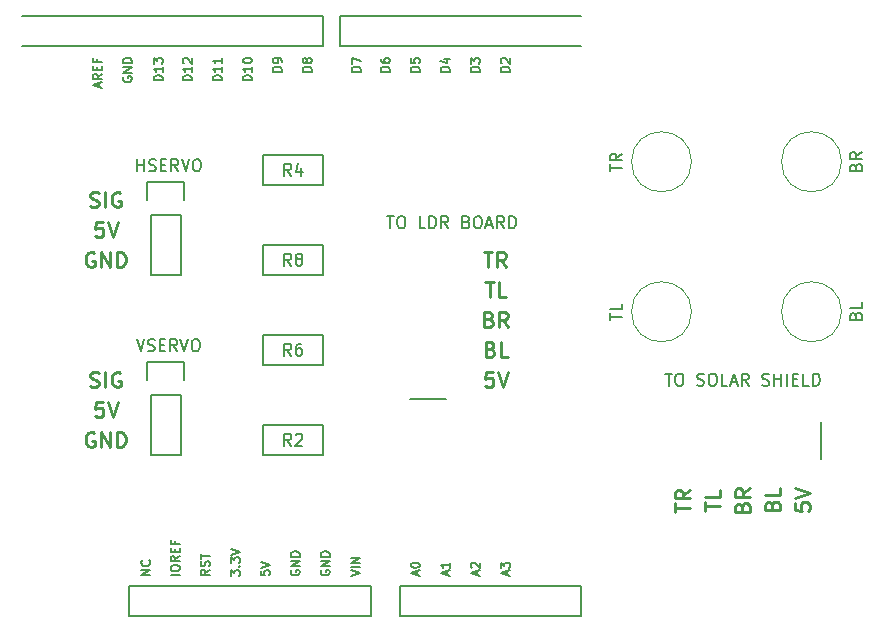
<source format=gto>
G04 This is an RS-274x file exported by *
G04 gerbv version 2.6.0 *
G04 More information is available about gerbv at *
G04 http://gerbv.gpleda.org/ *
G04 --End of header info--*
%MOIN*%
%FSLAX36Y36*%
%IPPOS*%
G04 --Define apertures--*
%ADD10C,0.0039*%
%ADD11C,0.0100*%
%ADD12C,0.0059*%
%ADD13C,0.0020*%
%ADD14C,0.0080*%
%ADD15C,0.0060*%
G04 --Start main section--*
G54D11*
G01X6618333Y-4036429D02*
G01X6625476Y-4038810D01*
G01X6625476Y-4038810D02*
G01X6627857Y-4041190D01*
G01X6627857Y-4041190D02*
G01X6630238Y-4045952D01*
G01X6630238Y-4045952D02*
G01X6630238Y-4053095D01*
G01X6630238Y-4053095D02*
G01X6627857Y-4057857D01*
G01X6627857Y-4057857D02*
G01X6625476Y-4060238D01*
G01X6625476Y-4060238D02*
G01X6620714Y-4062619D01*
G01X6620714Y-4062619D02*
G01X6601667Y-4062619D01*
G01X6601667Y-4062619D02*
G01X6601667Y-4012619D01*
G01X6601667Y-4012619D02*
G01X6618333Y-4012619D01*
G01X6618333Y-4012619D02*
G01X6623095Y-4015000D01*
G01X6623095Y-4015000D02*
G01X6625476Y-4017381D01*
G01X6625476Y-4017381D02*
G01X6627857Y-4022143D01*
G01X6627857Y-4022143D02*
G01X6627857Y-4026905D01*
G01X6627857Y-4026905D02*
G01X6625476Y-4031667D01*
G01X6625476Y-4031667D02*
G01X6623095Y-4034048D01*
G01X6623095Y-4034048D02*
G01X6618333Y-4036429D01*
G01X6618333Y-4036429D02*
G01X6601667Y-4036429D01*
G01X6675476Y-4062619D02*
G01X6651667Y-4062619D01*
G01X6651667Y-4062619D02*
G01X6651667Y-4012619D01*
G01X6595714Y-3712619D02*
G01X6624286Y-3712619D01*
G01X6610000Y-3762619D02*
G01X6610000Y-3712619D01*
G01X6669524Y-3762619D02*
G01X6652857Y-3738810D01*
G01X6640952Y-3762619D02*
G01X6640952Y-3712619D01*
G01X6640952Y-3712619D02*
G01X6660000Y-3712619D01*
G01X6660000Y-3712619D02*
G01X6664762Y-3715000D01*
G01X6664762Y-3715000D02*
G01X6667143Y-3717381D01*
G01X6667143Y-3717381D02*
G01X6669524Y-3722143D01*
G01X6669524Y-3722143D02*
G01X6669524Y-3729286D01*
G01X6669524Y-3729286D02*
G01X6667143Y-3734048D01*
G01X6667143Y-3734048D02*
G01X6664762Y-3736429D01*
G01X6664762Y-3736429D02*
G01X6660000Y-3738810D01*
G01X6660000Y-3738810D02*
G01X6640952Y-3738810D01*
G01X6600476Y-3812619D02*
G01X6629048Y-3812619D01*
G01X6614762Y-3862619D02*
G01X6614762Y-3812619D01*
G01X6669524Y-3862619D02*
G01X6645714Y-3862619D01*
G01X6645714Y-3862619D02*
G01X6645714Y-3812619D01*
G01X6613571Y-3936429D02*
G01X6620714Y-3938810D01*
G01X6620714Y-3938810D02*
G01X6623095Y-3941190D01*
G01X6623095Y-3941190D02*
G01X6625476Y-3945952D01*
G01X6625476Y-3945952D02*
G01X6625476Y-3953095D01*
G01X6625476Y-3953095D02*
G01X6623095Y-3957857D01*
G01X6623095Y-3957857D02*
G01X6620714Y-3960238D01*
G01X6620714Y-3960238D02*
G01X6615952Y-3962619D01*
G01X6615952Y-3962619D02*
G01X6596905Y-3962619D01*
G01X6596905Y-3962619D02*
G01X6596905Y-3912619D01*
G01X6596905Y-3912619D02*
G01X6613571Y-3912619D01*
G01X6613571Y-3912619D02*
G01X6618333Y-3915000D01*
G01X6618333Y-3915000D02*
G01X6620714Y-3917381D01*
G01X6620714Y-3917381D02*
G01X6623095Y-3922143D01*
G01X6623095Y-3922143D02*
G01X6623095Y-3926905D01*
G01X6623095Y-3926905D02*
G01X6620714Y-3931667D01*
G01X6620714Y-3931667D02*
G01X6618333Y-3934048D01*
G01X6618333Y-3934048D02*
G01X6613571Y-3936429D01*
G01X6613571Y-3936429D02*
G01X6596905Y-3936429D01*
G01X6675476Y-3962619D02*
G01X6658810Y-3938810D01*
G01X6646905Y-3962619D02*
G01X6646905Y-3912619D01*
G01X6646905Y-3912619D02*
G01X6665952Y-3912619D01*
G01X6665952Y-3912619D02*
G01X6670714Y-3915000D01*
G01X6670714Y-3915000D02*
G01X6673095Y-3917381D01*
G01X6673095Y-3917381D02*
G01X6675476Y-3922143D01*
G01X6675476Y-3922143D02*
G01X6675476Y-3929286D01*
G01X6675476Y-3929286D02*
G01X6673095Y-3934048D01*
G01X6673095Y-3934048D02*
G01X6670714Y-3936429D01*
G01X6670714Y-3936429D02*
G01X6665952Y-3938810D01*
G01X6665952Y-3938810D02*
G01X6646905Y-3938810D01*
G01X6625476Y-4112619D02*
G01X6601667Y-4112619D01*
G01X6601667Y-4112619D02*
G01X6599286Y-4136429D01*
G01X6599286Y-4136429D02*
G01X6601667Y-4134048D01*
G01X6601667Y-4134048D02*
G01X6606429Y-4131667D01*
G01X6606429Y-4131667D02*
G01X6618333Y-4131667D01*
G01X6618333Y-4131667D02*
G01X6623095Y-4134048D01*
G01X6623095Y-4134048D02*
G01X6625476Y-4136429D01*
G01X6625476Y-4136429D02*
G01X6627857Y-4141190D01*
G01X6627857Y-4141190D02*
G01X6627857Y-4153095D01*
G01X6627857Y-4153095D02*
G01X6625476Y-4157857D01*
G01X6625476Y-4157857D02*
G01X6623095Y-4160238D01*
G01X6623095Y-4160238D02*
G01X6618333Y-4162619D01*
G01X6618333Y-4162619D02*
G01X6606429Y-4162619D01*
G01X6606429Y-4162619D02*
G01X6601667Y-4160238D01*
G01X6601667Y-4160238D02*
G01X6599286Y-4157857D01*
G01X6642143Y-4112619D02*
G01X6658810Y-4162619D01*
G01X6658810Y-4162619D02*
G01X6675476Y-4112619D01*
G01X7632619Y-4549524D02*
G01X7632619Y-4573333D01*
G01X7632619Y-4573333D02*
G01X7656429Y-4575714D01*
G01X7656429Y-4575714D02*
G01X7654048Y-4573333D01*
G01X7654048Y-4573333D02*
G01X7651667Y-4568571D01*
G01X7651667Y-4568571D02*
G01X7651667Y-4556667D01*
G01X7651667Y-4556667D02*
G01X7654048Y-4551905D01*
G01X7654048Y-4551905D02*
G01X7656429Y-4549524D01*
G01X7656429Y-4549524D02*
G01X7661190Y-4547143D01*
G01X7661190Y-4547143D02*
G01X7673095Y-4547143D01*
G01X7673095Y-4547143D02*
G01X7677857Y-4549524D01*
G01X7677857Y-4549524D02*
G01X7680238Y-4551905D01*
G01X7680238Y-4551905D02*
G01X7682619Y-4556667D01*
G01X7682619Y-4556667D02*
G01X7682619Y-4568571D01*
G01X7682619Y-4568571D02*
G01X7680238Y-4573333D01*
G01X7680238Y-4573333D02*
G01X7677857Y-4575714D01*
G01X7632619Y-4532857D02*
G01X7682619Y-4516190D01*
G01X7682619Y-4516190D02*
G01X7632619Y-4499524D01*
G01X7232619Y-4579286D02*
G01X7232619Y-4550714D01*
G01X7282619Y-4565000D02*
G01X7232619Y-4565000D01*
G01X7282619Y-4505476D02*
G01X7258810Y-4522143D01*
G01X7282619Y-4534048D02*
G01X7232619Y-4534048D01*
G01X7232619Y-4534048D02*
G01X7232619Y-4515000D01*
G01X7232619Y-4515000D02*
G01X7235000Y-4510238D01*
G01X7235000Y-4510238D02*
G01X7237381Y-4507857D01*
G01X7237381Y-4507857D02*
G01X7242143Y-4505476D01*
G01X7242143Y-4505476D02*
G01X7249286Y-4505476D01*
G01X7249286Y-4505476D02*
G01X7254048Y-4507857D01*
G01X7254048Y-4507857D02*
G01X7256429Y-4510238D01*
G01X7256429Y-4510238D02*
G01X7258810Y-4515000D01*
G01X7258810Y-4515000D02*
G01X7258810Y-4534048D01*
G01X7332619Y-4574524D02*
G01X7332619Y-4545952D01*
G01X7382619Y-4560238D02*
G01X7332619Y-4560238D01*
G01X7382619Y-4505476D02*
G01X7382619Y-4529286D01*
G01X7382619Y-4529286D02*
G01X7332619Y-4529286D01*
G01X7456429Y-4561429D02*
G01X7458810Y-4554286D01*
G01X7458810Y-4554286D02*
G01X7461190Y-4551905D01*
G01X7461190Y-4551905D02*
G01X7465952Y-4549524D01*
G01X7465952Y-4549524D02*
G01X7473095Y-4549524D01*
G01X7473095Y-4549524D02*
G01X7477857Y-4551905D01*
G01X7477857Y-4551905D02*
G01X7480238Y-4554286D01*
G01X7480238Y-4554286D02*
G01X7482619Y-4559048D01*
G01X7482619Y-4559048D02*
G01X7482619Y-4578095D01*
G01X7482619Y-4578095D02*
G01X7432619Y-4578095D01*
G01X7432619Y-4578095D02*
G01X7432619Y-4561429D01*
G01X7432619Y-4561429D02*
G01X7435000Y-4556667D01*
G01X7435000Y-4556667D02*
G01X7437381Y-4554286D01*
G01X7437381Y-4554286D02*
G01X7442143Y-4551905D01*
G01X7442143Y-4551905D02*
G01X7446905Y-4551905D01*
G01X7446905Y-4551905D02*
G01X7451667Y-4554286D01*
G01X7451667Y-4554286D02*
G01X7454048Y-4556667D01*
G01X7454048Y-4556667D02*
G01X7456429Y-4561429D01*
G01X7456429Y-4561429D02*
G01X7456429Y-4578095D01*
G01X7482619Y-4499524D02*
G01X7458810Y-4516190D01*
G01X7482619Y-4528095D02*
G01X7432619Y-4528095D01*
G01X7432619Y-4528095D02*
G01X7432619Y-4509048D01*
G01X7432619Y-4509048D02*
G01X7435000Y-4504286D01*
G01X7435000Y-4504286D02*
G01X7437381Y-4501905D01*
G01X7437381Y-4501905D02*
G01X7442143Y-4499524D01*
G01X7442143Y-4499524D02*
G01X7449286Y-4499524D01*
G01X7449286Y-4499524D02*
G01X7454048Y-4501905D01*
G01X7454048Y-4501905D02*
G01X7456429Y-4504286D01*
G01X7456429Y-4504286D02*
G01X7458810Y-4509048D01*
G01X7458810Y-4509048D02*
G01X7458810Y-4528095D01*
G01X7556429Y-4556667D02*
G01X7558810Y-4549524D01*
G01X7558810Y-4549524D02*
G01X7561190Y-4547143D01*
G01X7561190Y-4547143D02*
G01X7565952Y-4544762D01*
G01X7565952Y-4544762D02*
G01X7573095Y-4544762D01*
G01X7573095Y-4544762D02*
G01X7577857Y-4547143D01*
G01X7577857Y-4547143D02*
G01X7580238Y-4549524D01*
G01X7580238Y-4549524D02*
G01X7582619Y-4554286D01*
G01X7582619Y-4554286D02*
G01X7582619Y-4573333D01*
G01X7582619Y-4573333D02*
G01X7532619Y-4573333D01*
G01X7532619Y-4573333D02*
G01X7532619Y-4556667D01*
G01X7532619Y-4556667D02*
G01X7535000Y-4551905D01*
G01X7535000Y-4551905D02*
G01X7537381Y-4549524D01*
G01X7537381Y-4549524D02*
G01X7542143Y-4547143D01*
G01X7542143Y-4547143D02*
G01X7546905Y-4547143D01*
G01X7546905Y-4547143D02*
G01X7551667Y-4549524D01*
G01X7551667Y-4549524D02*
G01X7554048Y-4551905D01*
G01X7554048Y-4551905D02*
G01X7556429Y-4556667D01*
G01X7556429Y-4556667D02*
G01X7556429Y-4573333D01*
G01X7582619Y-4499524D02*
G01X7582619Y-4523333D01*
G01X7582619Y-4523333D02*
G01X7532619Y-4523333D01*
G01X5296905Y-4315000D02*
G01X5292143Y-4312619D01*
G01X5292143Y-4312619D02*
G01X5285000Y-4312619D01*
G01X5285000Y-4312619D02*
G01X5277857Y-4315000D01*
G01X5277857Y-4315000D02*
G01X5273095Y-4319762D01*
G01X5273095Y-4319762D02*
G01X5270714Y-4324524D01*
G01X5270714Y-4324524D02*
G01X5268333Y-4334048D01*
G01X5268333Y-4334048D02*
G01X5268333Y-4341190D01*
G01X5268333Y-4341190D02*
G01X5270714Y-4350714D01*
G01X5270714Y-4350714D02*
G01X5273095Y-4355476D01*
G01X5273095Y-4355476D02*
G01X5277857Y-4360238D01*
G01X5277857Y-4360238D02*
G01X5285000Y-4362619D01*
G01X5285000Y-4362619D02*
G01X5289762Y-4362619D01*
G01X5289762Y-4362619D02*
G01X5296905Y-4360238D01*
G01X5296905Y-4360238D02*
G01X5299286Y-4357857D01*
G01X5299286Y-4357857D02*
G01X5299286Y-4341190D01*
G01X5299286Y-4341190D02*
G01X5289762Y-4341190D01*
G01X5320714Y-4362619D02*
G01X5320714Y-4312619D01*
G01X5320714Y-4312619D02*
G01X5349286Y-4362619D01*
G01X5349286Y-4362619D02*
G01X5349286Y-4312619D01*
G01X5373095Y-4362619D02*
G01X5373095Y-4312619D01*
G01X5373095Y-4312619D02*
G01X5385000Y-4312619D01*
G01X5385000Y-4312619D02*
G01X5392143Y-4315000D01*
G01X5392143Y-4315000D02*
G01X5396905Y-4319762D01*
G01X5396905Y-4319762D02*
G01X5399286Y-4324524D01*
G01X5399286Y-4324524D02*
G01X5401667Y-4334048D01*
G01X5401667Y-4334048D02*
G01X5401667Y-4341190D01*
G01X5401667Y-4341190D02*
G01X5399286Y-4350714D01*
G01X5399286Y-4350714D02*
G01X5396905Y-4355476D01*
G01X5396905Y-4355476D02*
G01X5392143Y-4360238D01*
G01X5392143Y-4360238D02*
G01X5385000Y-4362619D01*
G01X5385000Y-4362619D02*
G01X5373095Y-4362619D01*
G01X5325476Y-4212619D02*
G01X5301667Y-4212619D01*
G01X5301667Y-4212619D02*
G01X5299286Y-4236429D01*
G01X5299286Y-4236429D02*
G01X5301667Y-4234048D01*
G01X5301667Y-4234048D02*
G01X5306429Y-4231667D01*
G01X5306429Y-4231667D02*
G01X5318333Y-4231667D01*
G01X5318333Y-4231667D02*
G01X5323095Y-4234048D01*
G01X5323095Y-4234048D02*
G01X5325476Y-4236429D01*
G01X5325476Y-4236429D02*
G01X5327857Y-4241190D01*
G01X5327857Y-4241190D02*
G01X5327857Y-4253095D01*
G01X5327857Y-4253095D02*
G01X5325476Y-4257857D01*
G01X5325476Y-4257857D02*
G01X5323095Y-4260238D01*
G01X5323095Y-4260238D02*
G01X5318333Y-4262619D01*
G01X5318333Y-4262619D02*
G01X5306429Y-4262619D01*
G01X5306429Y-4262619D02*
G01X5301667Y-4260238D01*
G01X5301667Y-4260238D02*
G01X5299286Y-4257857D01*
G01X5342143Y-4212619D02*
G01X5358810Y-4262619D01*
G01X5358810Y-4262619D02*
G01X5375476Y-4212619D01*
G01X5296905Y-3715000D02*
G01X5292143Y-3712619D01*
G01X5292143Y-3712619D02*
G01X5285000Y-3712619D01*
G01X5285000Y-3712619D02*
G01X5277857Y-3715000D01*
G01X5277857Y-3715000D02*
G01X5273095Y-3719762D01*
G01X5273095Y-3719762D02*
G01X5270714Y-3724524D01*
G01X5270714Y-3724524D02*
G01X5268333Y-3734048D01*
G01X5268333Y-3734048D02*
G01X5268333Y-3741190D01*
G01X5268333Y-3741190D02*
G01X5270714Y-3750714D01*
G01X5270714Y-3750714D02*
G01X5273095Y-3755476D01*
G01X5273095Y-3755476D02*
G01X5277857Y-3760238D01*
G01X5277857Y-3760238D02*
G01X5285000Y-3762619D01*
G01X5285000Y-3762619D02*
G01X5289762Y-3762619D01*
G01X5289762Y-3762619D02*
G01X5296905Y-3760238D01*
G01X5296905Y-3760238D02*
G01X5299286Y-3757857D01*
G01X5299286Y-3757857D02*
G01X5299286Y-3741190D01*
G01X5299286Y-3741190D02*
G01X5289762Y-3741190D01*
G01X5320714Y-3762619D02*
G01X5320714Y-3712619D01*
G01X5320714Y-3712619D02*
G01X5349286Y-3762619D01*
G01X5349286Y-3762619D02*
G01X5349286Y-3712619D01*
G01X5373095Y-3762619D02*
G01X5373095Y-3712619D01*
G01X5373095Y-3712619D02*
G01X5385000Y-3712619D01*
G01X5385000Y-3712619D02*
G01X5392143Y-3715000D01*
G01X5392143Y-3715000D02*
G01X5396905Y-3719762D01*
G01X5396905Y-3719762D02*
G01X5399286Y-3724524D01*
G01X5399286Y-3724524D02*
G01X5401667Y-3734048D01*
G01X5401667Y-3734048D02*
G01X5401667Y-3741190D01*
G01X5401667Y-3741190D02*
G01X5399286Y-3750714D01*
G01X5399286Y-3750714D02*
G01X5396905Y-3755476D01*
G01X5396905Y-3755476D02*
G01X5392143Y-3760238D01*
G01X5392143Y-3760238D02*
G01X5385000Y-3762619D01*
G01X5385000Y-3762619D02*
G01X5373095Y-3762619D01*
G01X5325476Y-3612619D02*
G01X5301667Y-3612619D01*
G01X5301667Y-3612619D02*
G01X5299286Y-3636429D01*
G01X5299286Y-3636429D02*
G01X5301667Y-3634048D01*
G01X5301667Y-3634048D02*
G01X5306429Y-3631667D01*
G01X5306429Y-3631667D02*
G01X5318333Y-3631667D01*
G01X5318333Y-3631667D02*
G01X5323095Y-3634048D01*
G01X5323095Y-3634048D02*
G01X5325476Y-3636429D01*
G01X5325476Y-3636429D02*
G01X5327857Y-3641190D01*
G01X5327857Y-3641190D02*
G01X5327857Y-3653095D01*
G01X5327857Y-3653095D02*
G01X5325476Y-3657857D01*
G01X5325476Y-3657857D02*
G01X5323095Y-3660238D01*
G01X5323095Y-3660238D02*
G01X5318333Y-3662619D01*
G01X5318333Y-3662619D02*
G01X5306429Y-3662619D01*
G01X5306429Y-3662619D02*
G01X5301667Y-3660238D01*
G01X5301667Y-3660238D02*
G01X5299286Y-3657857D01*
G01X5342143Y-3612619D02*
G01X5358810Y-3662619D01*
G01X5358810Y-3662619D02*
G01X5375476Y-3612619D01*
G01X5283810Y-3560238D02*
G01X5290952Y-3562619D01*
G01X5290952Y-3562619D02*
G01X5302857Y-3562619D01*
G01X5302857Y-3562619D02*
G01X5307619Y-3560238D01*
G01X5307619Y-3560238D02*
G01X5310000Y-3557857D01*
G01X5310000Y-3557857D02*
G01X5312381Y-3553095D01*
G01X5312381Y-3553095D02*
G01X5312381Y-3548333D01*
G01X5312381Y-3548333D02*
G01X5310000Y-3543571D01*
G01X5310000Y-3543571D02*
G01X5307619Y-3541190D01*
G01X5307619Y-3541190D02*
G01X5302857Y-3538810D01*
G01X5302857Y-3538810D02*
G01X5293333Y-3536429D01*
G01X5293333Y-3536429D02*
G01X5288571Y-3534048D01*
G01X5288571Y-3534048D02*
G01X5286190Y-3531667D01*
G01X5286190Y-3531667D02*
G01X5283810Y-3526905D01*
G01X5283810Y-3526905D02*
G01X5283810Y-3522143D01*
G01X5283810Y-3522143D02*
G01X5286190Y-3517381D01*
G01X5286190Y-3517381D02*
G01X5288571Y-3515000D01*
G01X5288571Y-3515000D02*
G01X5293333Y-3512619D01*
G01X5293333Y-3512619D02*
G01X5305238Y-3512619D01*
G01X5305238Y-3512619D02*
G01X5312381Y-3515000D01*
G01X5333810Y-3562619D02*
G01X5333810Y-3512619D01*
G01X5383810Y-3515000D02*
G01X5379048Y-3512619D01*
G01X5379048Y-3512619D02*
G01X5371905Y-3512619D01*
G01X5371905Y-3512619D02*
G01X5364762Y-3515000D01*
G01X5364762Y-3515000D02*
G01X5360000Y-3519762D01*
G01X5360000Y-3519762D02*
G01X5357619Y-3524524D01*
G01X5357619Y-3524524D02*
G01X5355238Y-3534048D01*
G01X5355238Y-3534048D02*
G01X5355238Y-3541190D01*
G01X5355238Y-3541190D02*
G01X5357619Y-3550714D01*
G01X5357619Y-3550714D02*
G01X5360000Y-3555476D01*
G01X5360000Y-3555476D02*
G01X5364762Y-3560238D01*
G01X5364762Y-3560238D02*
G01X5371905Y-3562619D01*
G01X5371905Y-3562619D02*
G01X5376667Y-3562619D01*
G01X5376667Y-3562619D02*
G01X5383810Y-3560238D01*
G01X5383810Y-3560238D02*
G01X5386190Y-3557857D01*
G01X5386190Y-3557857D02*
G01X5386190Y-3541190D01*
G01X5386190Y-3541190D02*
G01X5376667Y-3541190D01*
G01X5283810Y-4160238D02*
G01X5290952Y-4162619D01*
G01X5290952Y-4162619D02*
G01X5302857Y-4162619D01*
G01X5302857Y-4162619D02*
G01X5307619Y-4160238D01*
G01X5307619Y-4160238D02*
G01X5310000Y-4157857D01*
G01X5310000Y-4157857D02*
G01X5312381Y-4153095D01*
G01X5312381Y-4153095D02*
G01X5312381Y-4148333D01*
G01X5312381Y-4148333D02*
G01X5310000Y-4143571D01*
G01X5310000Y-4143571D02*
G01X5307619Y-4141190D01*
G01X5307619Y-4141190D02*
G01X5302857Y-4138810D01*
G01X5302857Y-4138810D02*
G01X5293333Y-4136429D01*
G01X5293333Y-4136429D02*
G01X5288571Y-4134048D01*
G01X5288571Y-4134048D02*
G01X5286190Y-4131667D01*
G01X5286190Y-4131667D02*
G01X5283810Y-4126905D01*
G01X5283810Y-4126905D02*
G01X5283810Y-4122143D01*
G01X5283810Y-4122143D02*
G01X5286190Y-4117381D01*
G01X5286190Y-4117381D02*
G01X5288571Y-4115000D01*
G01X5288571Y-4115000D02*
G01X5293333Y-4112619D01*
G01X5293333Y-4112619D02*
G01X5305238Y-4112619D01*
G01X5305238Y-4112619D02*
G01X5312381Y-4115000D01*
G01X5333810Y-4162619D02*
G01X5333810Y-4112619D01*
G01X5383810Y-4115000D02*
G01X5379048Y-4112619D01*
G01X5379048Y-4112619D02*
G01X5371905Y-4112619D01*
G01X5371905Y-4112619D02*
G01X5364762Y-4115000D01*
G01X5364762Y-4115000D02*
G01X5360000Y-4119762D01*
G01X5360000Y-4119762D02*
G01X5357619Y-4124524D01*
G01X5357619Y-4124524D02*
G01X5355238Y-4134048D01*
G01X5355238Y-4134048D02*
G01X5355238Y-4141190D01*
G01X5355238Y-4141190D02*
G01X5357619Y-4150714D01*
G01X5357619Y-4150714D02*
G01X5360000Y-4155476D01*
G01X5360000Y-4155476D02*
G01X5364762Y-4160238D01*
G01X5364762Y-4160238D02*
G01X5371905Y-4162619D01*
G01X5371905Y-4162619D02*
G01X5376667Y-4162619D01*
G01X5376667Y-4162619D02*
G01X5383810Y-4160238D01*
G01X5383810Y-4160238D02*
G01X5386190Y-4157857D01*
G01X5386190Y-4157857D02*
G01X5386190Y-4141190D01*
G01X5386190Y-4141190D02*
G01X5376667Y-4141190D01*
G54D12*
G01X7721024Y-4278976D02*
G01X7721024Y-4401024D01*
G01X5414000Y-4925000D02*
G01X6218000Y-4925000D01*
G01X6218000Y-4925000D02*
G01X6218000Y-4825000D01*
G01X6218000Y-4825000D02*
G01X5414000Y-4825000D01*
G01X5414000Y-4925000D02*
G01X5414000Y-4825000D01*
G01X6919000Y-4826000D02*
G01X6315000Y-4826000D01*
G01X6919000Y-4926000D02*
G01X6919000Y-4826000D01*
G01X6315000Y-4926000D02*
G01X6919000Y-4926000D01*
G01X6315000Y-4926000D02*
G01X6315000Y-4826000D01*
G01X6919000Y-2925000D02*
G01X6115000Y-2925000D01*
G01X6115000Y-3025000D02*
G01X6115000Y-2925000D01*
G01X6115000Y-3025000D02*
G01X6919000Y-3025000D01*
G01X6059000Y-2925000D02*
G01X5056000Y-2925000D01*
G01X5056000Y-3025000D02*
G01X6059000Y-3025000D01*
G01X6059000Y-3025000D02*
G01X6059000Y-2925000D01*
G01X6060000Y-3790000D02*
G01X5860000Y-3790000D01*
G01X5860000Y-3790000D02*
G01X5860000Y-3690000D01*
G01X5860000Y-3690000D02*
G01X6060000Y-3690000D01*
G01X6060000Y-3690000D02*
G01X6060000Y-3790000D01*
G54D13*
G01X7287795Y-3411775D02*
G75*
G03X7287795Y-3411775I-100000J0000000D01*
G54D12*
G01X6060000Y-4090000D02*
G01X5860000Y-4090000D01*
G01X5860000Y-4090000D02*
G01X5860000Y-3990000D01*
G01X5860000Y-3990000D02*
G01X6060000Y-3990000D01*
G01X6060000Y-3990000D02*
G01X6060000Y-4090000D01*
G54D13*
G01X7787795Y-3411775D02*
G75*
G03X7787795Y-3411775I-100000J0000000D01*
G54D12*
G01X6060000Y-3490000D02*
G01X5860000Y-3490000D01*
G01X5860000Y-3490000D02*
G01X5860000Y-3390000D01*
G01X5860000Y-3390000D02*
G01X6060000Y-3390000D01*
G01X6060000Y-3390000D02*
G01X6060000Y-3490000D01*
G54D13*
G01X7287795Y-3911775D02*
G75*
G03X7287795Y-3911775I-100000J0000000D01*
G54D12*
G01X6060000Y-4390000D02*
G01X5860000Y-4390000D01*
G01X5860000Y-4390000D02*
G01X5860000Y-4290000D01*
G01X5860000Y-4290000D02*
G01X6060000Y-4290000D01*
G01X6060000Y-4290000D02*
G01X6060000Y-4390000D01*
G54D13*
G01X7787795Y-3911775D02*
G75*
G03X7787795Y-3911775I-100000J0000000D01*
G54D12*
G01X5485000Y-4190000D02*
G01X5485000Y-4390000D01*
G01X5485000Y-4390000D02*
G01X5585000Y-4390000D01*
G01X5585000Y-4390000D02*
G01X5585000Y-4190000D01*
G01X5596024Y-4078976D02*
G01X5596024Y-4140000D01*
G01X5585000Y-4190000D02*
G01X5485000Y-4190000D01*
G01X5473976Y-4140000D02*
G01X5473976Y-4078976D01*
G01X5473976Y-4078976D02*
G01X5596024Y-4078976D01*
G01X5485000Y-3590000D02*
G01X5485000Y-3790000D01*
G01X5485000Y-3790000D02*
G01X5585000Y-3790000D01*
G01X5585000Y-3790000D02*
G01X5585000Y-3590000D01*
G01X5596024Y-3478976D02*
G01X5596024Y-3540000D01*
G01X5585000Y-3590000D02*
G01X5485000Y-3590000D01*
G01X5473976Y-3540000D02*
G01X5473976Y-3478976D01*
G01X5473976Y-3478976D02*
G01X5596024Y-3478976D01*
G01X6471024Y-4201024D02*
G01X6348976Y-4201024D01*
G54D14*
G01X7200000Y-4118095D02*
G01X7222857Y-4118095D01*
G01X7211429Y-4158095D02*
G01X7211429Y-4118095D01*
G01X7243810Y-4118095D02*
G01X7251429Y-4118095D01*
G01X7251429Y-4118095D02*
G01X7255238Y-4120000D01*
G01X7255238Y-4120000D02*
G01X7259048Y-4123810D01*
G01X7259048Y-4123810D02*
G01X7260952Y-4131429D01*
G01X7260952Y-4131429D02*
G01X7260952Y-4144762D01*
G01X7260952Y-4144762D02*
G01X7259048Y-4152381D01*
G01X7259048Y-4152381D02*
G01X7255238Y-4156190D01*
G01X7255238Y-4156190D02*
G01X7251429Y-4158095D01*
G01X7251429Y-4158095D02*
G01X7243810Y-4158095D01*
G01X7243810Y-4158095D02*
G01X7240000Y-4156190D01*
G01X7240000Y-4156190D02*
G01X7236191Y-4152381D01*
G01X7236191Y-4152381D02*
G01X7234286Y-4144762D01*
G01X7234286Y-4144762D02*
G01X7234286Y-4131429D01*
G01X7234286Y-4131429D02*
G01X7236191Y-4123810D01*
G01X7236191Y-4123810D02*
G01X7240000Y-4120000D01*
G01X7240000Y-4120000D02*
G01X7243810Y-4118095D01*
G01X7306667Y-4156190D02*
G01X7312381Y-4158095D01*
G01X7312381Y-4158095D02*
G01X7321905Y-4158095D01*
G01X7321905Y-4158095D02*
G01X7325714Y-4156190D01*
G01X7325714Y-4156190D02*
G01X7327619Y-4154286D01*
G01X7327619Y-4154286D02*
G01X7329524Y-4150476D01*
G01X7329524Y-4150476D02*
G01X7329524Y-4146667D01*
G01X7329524Y-4146667D02*
G01X7327619Y-4142857D01*
G01X7327619Y-4142857D02*
G01X7325714Y-4140952D01*
G01X7325714Y-4140952D02*
G01X7321905Y-4139048D01*
G01X7321905Y-4139048D02*
G01X7314286Y-4137143D01*
G01X7314286Y-4137143D02*
G01X7310476Y-4135238D01*
G01X7310476Y-4135238D02*
G01X7308571Y-4133333D01*
G01X7308571Y-4133333D02*
G01X7306667Y-4129524D01*
G01X7306667Y-4129524D02*
G01X7306667Y-4125714D01*
G01X7306667Y-4125714D02*
G01X7308571Y-4121905D01*
G01X7308571Y-4121905D02*
G01X7310476Y-4120000D01*
G01X7310476Y-4120000D02*
G01X7314286Y-4118095D01*
G01X7314286Y-4118095D02*
G01X7323810Y-4118095D01*
G01X7323810Y-4118095D02*
G01X7329524Y-4120000D01*
G01X7354286Y-4118095D02*
G01X7361905Y-4118095D01*
G01X7361905Y-4118095D02*
G01X7365714Y-4120000D01*
G01X7365714Y-4120000D02*
G01X7369524Y-4123810D01*
G01X7369524Y-4123810D02*
G01X7371429Y-4131429D01*
G01X7371429Y-4131429D02*
G01X7371429Y-4144762D01*
G01X7371429Y-4144762D02*
G01X7369524Y-4152381D01*
G01X7369524Y-4152381D02*
G01X7365714Y-4156190D01*
G01X7365714Y-4156190D02*
G01X7361905Y-4158095D01*
G01X7361905Y-4158095D02*
G01X7354286Y-4158095D01*
G01X7354286Y-4158095D02*
G01X7350476Y-4156190D01*
G01X7350476Y-4156190D02*
G01X7346667Y-4152381D01*
G01X7346667Y-4152381D02*
G01X7344762Y-4144762D01*
G01X7344762Y-4144762D02*
G01X7344762Y-4131429D01*
G01X7344762Y-4131429D02*
G01X7346667Y-4123810D01*
G01X7346667Y-4123810D02*
G01X7350476Y-4120000D01*
G01X7350476Y-4120000D02*
G01X7354286Y-4118095D01*
G01X7407619Y-4158095D02*
G01X7388571Y-4158095D01*
G01X7388571Y-4158095D02*
G01X7388571Y-4118095D01*
G01X7419048Y-4146667D02*
G01X7438095Y-4146667D01*
G01X7415238Y-4158095D02*
G01X7428571Y-4118095D01*
G01X7428571Y-4118095D02*
G01X7441905Y-4158095D01*
G01X7478095Y-4158095D02*
G01X7464762Y-4139048D01*
G01X7455238Y-4158095D02*
G01X7455238Y-4118095D01*
G01X7455238Y-4118095D02*
G01X7470476Y-4118095D01*
G01X7470476Y-4118095D02*
G01X7474286Y-4120000D01*
G01X7474286Y-4120000D02*
G01X7476190Y-4121905D01*
G01X7476190Y-4121905D02*
G01X7478095Y-4125714D01*
G01X7478095Y-4125714D02*
G01X7478095Y-4131429D01*
G01X7478095Y-4131429D02*
G01X7476190Y-4135238D01*
G01X7476190Y-4135238D02*
G01X7474286Y-4137143D01*
G01X7474286Y-4137143D02*
G01X7470476Y-4139048D01*
G01X7470476Y-4139048D02*
G01X7455238Y-4139048D01*
G01X7523810Y-4156190D02*
G01X7529524Y-4158095D01*
G01X7529524Y-4158095D02*
G01X7539048Y-4158095D01*
G01X7539048Y-4158095D02*
G01X7542857Y-4156190D01*
G01X7542857Y-4156190D02*
G01X7544762Y-4154286D01*
G01X7544762Y-4154286D02*
G01X7546667Y-4150476D01*
G01X7546667Y-4150476D02*
G01X7546667Y-4146667D01*
G01X7546667Y-4146667D02*
G01X7544762Y-4142857D01*
G01X7544762Y-4142857D02*
G01X7542857Y-4140952D01*
G01X7542857Y-4140952D02*
G01X7539048Y-4139048D01*
G01X7539048Y-4139048D02*
G01X7531429Y-4137143D01*
G01X7531429Y-4137143D02*
G01X7527619Y-4135238D01*
G01X7527619Y-4135238D02*
G01X7525714Y-4133333D01*
G01X7525714Y-4133333D02*
G01X7523810Y-4129524D01*
G01X7523810Y-4129524D02*
G01X7523810Y-4125714D01*
G01X7523810Y-4125714D02*
G01X7525714Y-4121905D01*
G01X7525714Y-4121905D02*
G01X7527619Y-4120000D01*
G01X7527619Y-4120000D02*
G01X7531429Y-4118095D01*
G01X7531429Y-4118095D02*
G01X7540952Y-4118095D01*
G01X7540952Y-4118095D02*
G01X7546667Y-4120000D01*
G01X7563810Y-4158095D02*
G01X7563810Y-4118095D01*
G01X7563810Y-4137143D02*
G01X7586667Y-4137143D01*
G01X7586667Y-4158095D02*
G01X7586667Y-4118095D01*
G01X7605714Y-4158095D02*
G01X7605714Y-4118095D01*
G01X7624762Y-4137143D02*
G01X7638095Y-4137143D01*
G01X7643810Y-4158095D02*
G01X7624762Y-4158095D01*
G01X7624762Y-4158095D02*
G01X7624762Y-4118095D01*
G01X7624762Y-4118095D02*
G01X7643810Y-4118095D01*
G01X7680000Y-4158095D02*
G01X7660952Y-4158095D01*
G01X7660952Y-4158095D02*
G01X7660952Y-4118095D01*
G01X7693333Y-4158095D02*
G01X7693333Y-4118095D01*
G01X7693333Y-4118095D02*
G01X7702857Y-4118095D01*
G01X7702857Y-4118095D02*
G01X7708571Y-4120000D01*
G01X7708571Y-4120000D02*
G01X7712381Y-4123810D01*
G01X7712381Y-4123810D02*
G01X7714286Y-4127619D01*
G01X7714286Y-4127619D02*
G01X7716190Y-4135238D01*
G01X7716190Y-4135238D02*
G01X7716190Y-4140952D01*
G01X7716190Y-4140952D02*
G01X7714286Y-4148571D01*
G01X7714286Y-4148571D02*
G01X7712381Y-4152381D01*
G01X7712381Y-4152381D02*
G01X7708571Y-4156190D01*
G01X7708571Y-4156190D02*
G01X7702857Y-4158095D01*
G01X7702857Y-4158095D02*
G01X7693333Y-4158095D01*
G54D15*
G01X5483571Y-4789143D02*
G01X5453571Y-4789143D01*
G01X5453571Y-4789143D02*
G01X5483571Y-4772000D01*
G01X5483571Y-4772000D02*
G01X5453571Y-4772000D01*
G01X5480714Y-4740571D02*
G01X5482143Y-4742000D01*
G01X5482143Y-4742000D02*
G01X5483571Y-4746286D01*
G01X5483571Y-4746286D02*
G01X5483571Y-4749143D01*
G01X5483571Y-4749143D02*
G01X5482143Y-4753429D01*
G01X5482143Y-4753429D02*
G01X5479286Y-4756286D01*
G01X5479286Y-4756286D02*
G01X5476429Y-4757714D01*
G01X5476429Y-4757714D02*
G01X5470714Y-4759143D01*
G01X5470714Y-4759143D02*
G01X5466429Y-4759143D01*
G01X5466429Y-4759143D02*
G01X5460714Y-4757714D01*
G01X5460714Y-4757714D02*
G01X5457857Y-4756286D01*
G01X5457857Y-4756286D02*
G01X5455000Y-4753429D01*
G01X5455000Y-4753429D02*
G01X5453571Y-4749143D01*
G01X5453571Y-4749143D02*
G01X5453571Y-4746286D01*
G01X5453571Y-4746286D02*
G01X5455000Y-4742000D01*
G01X5455000Y-4742000D02*
G01X5456429Y-4740571D01*
G01X5581571Y-4789143D02*
G01X5551571Y-4789143D01*
G01X5551571Y-4769143D02*
G01X5551571Y-4763429D01*
G01X5551571Y-4763429D02*
G01X5553000Y-4760571D01*
G01X5553000Y-4760571D02*
G01X5555857Y-4757714D01*
G01X5555857Y-4757714D02*
G01X5561571Y-4756286D01*
G01X5561571Y-4756286D02*
G01X5571571Y-4756286D01*
G01X5571571Y-4756286D02*
G01X5577286Y-4757714D01*
G01X5577286Y-4757714D02*
G01X5580143Y-4760571D01*
G01X5580143Y-4760571D02*
G01X5581571Y-4763429D01*
G01X5581571Y-4763429D02*
G01X5581571Y-4769143D01*
G01X5581571Y-4769143D02*
G01X5580143Y-4772000D01*
G01X5580143Y-4772000D02*
G01X5577286Y-4774857D01*
G01X5577286Y-4774857D02*
G01X5571571Y-4776286D01*
G01X5571571Y-4776286D02*
G01X5561571Y-4776286D01*
G01X5561571Y-4776286D02*
G01X5555857Y-4774857D01*
G01X5555857Y-4774857D02*
G01X5553000Y-4772000D01*
G01X5553000Y-4772000D02*
G01X5551571Y-4769143D01*
G01X5581571Y-4726286D02*
G01X5567286Y-4736286D01*
G01X5581571Y-4743429D02*
G01X5551571Y-4743429D01*
G01X5551571Y-4743429D02*
G01X5551571Y-4732000D01*
G01X5551571Y-4732000D02*
G01X5553000Y-4729143D01*
G01X5553000Y-4729143D02*
G01X5554429Y-4727714D01*
G01X5554429Y-4727714D02*
G01X5557286Y-4726286D01*
G01X5557286Y-4726286D02*
G01X5561571Y-4726286D01*
G01X5561571Y-4726286D02*
G01X5564429Y-4727714D01*
G01X5564429Y-4727714D02*
G01X5565857Y-4729143D01*
G01X5565857Y-4729143D02*
G01X5567286Y-4732000D01*
G01X5567286Y-4732000D02*
G01X5567286Y-4743429D01*
G01X5565857Y-4713429D02*
G01X5565857Y-4703429D01*
G01X5581571Y-4699143D02*
G01X5581571Y-4713429D01*
G01X5581571Y-4713429D02*
G01X5551571Y-4713429D01*
G01X5551571Y-4713429D02*
G01X5551571Y-4699143D01*
G01X5565857Y-4676286D02*
G01X5565857Y-4686286D01*
G01X5581571Y-4686286D02*
G01X5551571Y-4686286D01*
G01X5551571Y-4686286D02*
G01X5551571Y-4672000D01*
G01X5681571Y-4772000D02*
G01X5667286Y-4782000D01*
G01X5681571Y-4789143D02*
G01X5651571Y-4789143D01*
G01X5651571Y-4789143D02*
G01X5651571Y-4777714D01*
G01X5651571Y-4777714D02*
G01X5653000Y-4774857D01*
G01X5653000Y-4774857D02*
G01X5654429Y-4773429D01*
G01X5654429Y-4773429D02*
G01X5657286Y-4772000D01*
G01X5657286Y-4772000D02*
G01X5661571Y-4772000D01*
G01X5661571Y-4772000D02*
G01X5664429Y-4773429D01*
G01X5664429Y-4773429D02*
G01X5665857Y-4774857D01*
G01X5665857Y-4774857D02*
G01X5667286Y-4777714D01*
G01X5667286Y-4777714D02*
G01X5667286Y-4789143D01*
G01X5680143Y-4760571D02*
G01X5681571Y-4756286D01*
G01X5681571Y-4756286D02*
G01X5681571Y-4749143D01*
G01X5681571Y-4749143D02*
G01X5680143Y-4746286D01*
G01X5680143Y-4746286D02*
G01X5678714Y-4744857D01*
G01X5678714Y-4744857D02*
G01X5675857Y-4743429D01*
G01X5675857Y-4743429D02*
G01X5673000Y-4743429D01*
G01X5673000Y-4743429D02*
G01X5670143Y-4744857D01*
G01X5670143Y-4744857D02*
G01X5668714Y-4746286D01*
G01X5668714Y-4746286D02*
G01X5667286Y-4749143D01*
G01X5667286Y-4749143D02*
G01X5665857Y-4754857D01*
G01X5665857Y-4754857D02*
G01X5664429Y-4757714D01*
G01X5664429Y-4757714D02*
G01X5663000Y-4759143D01*
G01X5663000Y-4759143D02*
G01X5660143Y-4760571D01*
G01X5660143Y-4760571D02*
G01X5657286Y-4760571D01*
G01X5657286Y-4760571D02*
G01X5654429Y-4759143D01*
G01X5654429Y-4759143D02*
G01X5653000Y-4757714D01*
G01X5653000Y-4757714D02*
G01X5651571Y-4754857D01*
G01X5651571Y-4754857D02*
G01X5651571Y-4747714D01*
G01X5651571Y-4747714D02*
G01X5653000Y-4743429D01*
G01X5651571Y-4734857D02*
G01X5651571Y-4717714D01*
G01X5681571Y-4726286D02*
G01X5651571Y-4726286D01*
G01X5751571Y-4792000D02*
G01X5751571Y-4773429D01*
G01X5751571Y-4773429D02*
G01X5763000Y-4783429D01*
G01X5763000Y-4783429D02*
G01X5763000Y-4779143D01*
G01X5763000Y-4779143D02*
G01X5764429Y-4776286D01*
G01X5764429Y-4776286D02*
G01X5765857Y-4774857D01*
G01X5765857Y-4774857D02*
G01X5768714Y-4773429D01*
G01X5768714Y-4773429D02*
G01X5775857Y-4773429D01*
G01X5775857Y-4773429D02*
G01X5778714Y-4774857D01*
G01X5778714Y-4774857D02*
G01X5780143Y-4776286D01*
G01X5780143Y-4776286D02*
G01X5781571Y-4779143D01*
G01X5781571Y-4779143D02*
G01X5781571Y-4787714D01*
G01X5781571Y-4787714D02*
G01X5780143Y-4790571D01*
G01X5780143Y-4790571D02*
G01X5778714Y-4792000D01*
G01X5778714Y-4760571D02*
G01X5780143Y-4759143D01*
G01X5780143Y-4759143D02*
G01X5781571Y-4760571D01*
G01X5781571Y-4760571D02*
G01X5780143Y-4762000D01*
G01X5780143Y-4762000D02*
G01X5778714Y-4760571D01*
G01X5778714Y-4760571D02*
G01X5781571Y-4760571D01*
G01X5751571Y-4749143D02*
G01X5751571Y-4730571D01*
G01X5751571Y-4730571D02*
G01X5763000Y-4740571D01*
G01X5763000Y-4740571D02*
G01X5763000Y-4736286D01*
G01X5763000Y-4736286D02*
G01X5764429Y-4733429D01*
G01X5764429Y-4733429D02*
G01X5765857Y-4732000D01*
G01X5765857Y-4732000D02*
G01X5768714Y-4730571D01*
G01X5768714Y-4730571D02*
G01X5775857Y-4730571D01*
G01X5775857Y-4730571D02*
G01X5778714Y-4732000D01*
G01X5778714Y-4732000D02*
G01X5780143Y-4733429D01*
G01X5780143Y-4733429D02*
G01X5781571Y-4736286D01*
G01X5781571Y-4736286D02*
G01X5781571Y-4744857D01*
G01X5781571Y-4744857D02*
G01X5780143Y-4747714D01*
G01X5780143Y-4747714D02*
G01X5778714Y-4749143D01*
G01X5751571Y-4722000D02*
G01X5781571Y-4712000D01*
G01X5781571Y-4712000D02*
G01X5751571Y-4702000D01*
G01X5851571Y-4774857D02*
G01X5851571Y-4789143D01*
G01X5851571Y-4789143D02*
G01X5865857Y-4790571D01*
G01X5865857Y-4790571D02*
G01X5864429Y-4789143D01*
G01X5864429Y-4789143D02*
G01X5863000Y-4786286D01*
G01X5863000Y-4786286D02*
G01X5863000Y-4779143D01*
G01X5863000Y-4779143D02*
G01X5864429Y-4776286D01*
G01X5864429Y-4776286D02*
G01X5865857Y-4774857D01*
G01X5865857Y-4774857D02*
G01X5868714Y-4773429D01*
G01X5868714Y-4773429D02*
G01X5875857Y-4773429D01*
G01X5875857Y-4773429D02*
G01X5878714Y-4774857D01*
G01X5878714Y-4774857D02*
G01X5880143Y-4776286D01*
G01X5880143Y-4776286D02*
G01X5881571Y-4779143D01*
G01X5881571Y-4779143D02*
G01X5881571Y-4786286D01*
G01X5881571Y-4786286D02*
G01X5880143Y-4789143D01*
G01X5880143Y-4789143D02*
G01X5878714Y-4790571D01*
G01X5851571Y-4764857D02*
G01X5881571Y-4754857D01*
G01X5881571Y-4754857D02*
G01X5851571Y-4744857D01*
G01X5953000Y-4773429D02*
G01X5951571Y-4776286D01*
G01X5951571Y-4776286D02*
G01X5951571Y-4780571D01*
G01X5951571Y-4780571D02*
G01X5953000Y-4784857D01*
G01X5953000Y-4784857D02*
G01X5955857Y-4787714D01*
G01X5955857Y-4787714D02*
G01X5958714Y-4789143D01*
G01X5958714Y-4789143D02*
G01X5964429Y-4790571D01*
G01X5964429Y-4790571D02*
G01X5968714Y-4790571D01*
G01X5968714Y-4790571D02*
G01X5974429Y-4789143D01*
G01X5974429Y-4789143D02*
G01X5977286Y-4787714D01*
G01X5977286Y-4787714D02*
G01X5980143Y-4784857D01*
G01X5980143Y-4784857D02*
G01X5981571Y-4780571D01*
G01X5981571Y-4780571D02*
G01X5981571Y-4777714D01*
G01X5981571Y-4777714D02*
G01X5980143Y-4773429D01*
G01X5980143Y-4773429D02*
G01X5978714Y-4772000D01*
G01X5978714Y-4772000D02*
G01X5968714Y-4772000D01*
G01X5968714Y-4772000D02*
G01X5968714Y-4777714D01*
G01X5981571Y-4759143D02*
G01X5951571Y-4759143D01*
G01X5951571Y-4759143D02*
G01X5981571Y-4742000D01*
G01X5981571Y-4742000D02*
G01X5951571Y-4742000D01*
G01X5981571Y-4727714D02*
G01X5951571Y-4727714D01*
G01X5951571Y-4727714D02*
G01X5951571Y-4720571D01*
G01X5951571Y-4720571D02*
G01X5953000Y-4716286D01*
G01X5953000Y-4716286D02*
G01X5955857Y-4713429D01*
G01X5955857Y-4713429D02*
G01X5958714Y-4712000D01*
G01X5958714Y-4712000D02*
G01X5964429Y-4710571D01*
G01X5964429Y-4710571D02*
G01X5968714Y-4710571D01*
G01X5968714Y-4710571D02*
G01X5974429Y-4712000D01*
G01X5974429Y-4712000D02*
G01X5977286Y-4713429D01*
G01X5977286Y-4713429D02*
G01X5980143Y-4716286D01*
G01X5980143Y-4716286D02*
G01X5981571Y-4720571D01*
G01X5981571Y-4720571D02*
G01X5981571Y-4727714D01*
G01X6053000Y-4773429D02*
G01X6051571Y-4776286D01*
G01X6051571Y-4776286D02*
G01X6051571Y-4780571D01*
G01X6051571Y-4780571D02*
G01X6053000Y-4784857D01*
G01X6053000Y-4784857D02*
G01X6055857Y-4787714D01*
G01X6055857Y-4787714D02*
G01X6058714Y-4789143D01*
G01X6058714Y-4789143D02*
G01X6064429Y-4790571D01*
G01X6064429Y-4790571D02*
G01X6068714Y-4790571D01*
G01X6068714Y-4790571D02*
G01X6074429Y-4789143D01*
G01X6074429Y-4789143D02*
G01X6077286Y-4787714D01*
G01X6077286Y-4787714D02*
G01X6080143Y-4784857D01*
G01X6080143Y-4784857D02*
G01X6081571Y-4780571D01*
G01X6081571Y-4780571D02*
G01X6081571Y-4777714D01*
G01X6081571Y-4777714D02*
G01X6080143Y-4773429D01*
G01X6080143Y-4773429D02*
G01X6078714Y-4772000D01*
G01X6078714Y-4772000D02*
G01X6068714Y-4772000D01*
G01X6068714Y-4772000D02*
G01X6068714Y-4777714D01*
G01X6081571Y-4759143D02*
G01X6051571Y-4759143D01*
G01X6051571Y-4759143D02*
G01X6081571Y-4742000D01*
G01X6081571Y-4742000D02*
G01X6051571Y-4742000D01*
G01X6081571Y-4727714D02*
G01X6051571Y-4727714D01*
G01X6051571Y-4727714D02*
G01X6051571Y-4720571D01*
G01X6051571Y-4720571D02*
G01X6053000Y-4716286D01*
G01X6053000Y-4716286D02*
G01X6055857Y-4713429D01*
G01X6055857Y-4713429D02*
G01X6058714Y-4712000D01*
G01X6058714Y-4712000D02*
G01X6064429Y-4710571D01*
G01X6064429Y-4710571D02*
G01X6068714Y-4710571D01*
G01X6068714Y-4710571D02*
G01X6074429Y-4712000D01*
G01X6074429Y-4712000D02*
G01X6077286Y-4713429D01*
G01X6077286Y-4713429D02*
G01X6080143Y-4716286D01*
G01X6080143Y-4716286D02*
G01X6081571Y-4720571D01*
G01X6081571Y-4720571D02*
G01X6081571Y-4727714D01*
G01X6151571Y-4793429D02*
G01X6181571Y-4783429D01*
G01X6181571Y-4783429D02*
G01X6151571Y-4773429D01*
G01X6181571Y-4763429D02*
G01X6151571Y-4763429D01*
G01X6181571Y-4749143D02*
G01X6151571Y-4749143D01*
G01X6151571Y-4749143D02*
G01X6181571Y-4732000D01*
G01X6181571Y-4732000D02*
G01X6151571Y-4732000D01*
G01X6674000Y-4790571D02*
G01X6674000Y-4776286D01*
G01X6682571Y-4793429D02*
G01X6652571Y-4783429D01*
G01X6652571Y-4783429D02*
G01X6682571Y-4773429D01*
G01X6652571Y-4766286D02*
G01X6652571Y-4747714D01*
G01X6652571Y-4747714D02*
G01X6664000Y-4757714D01*
G01X6664000Y-4757714D02*
G01X6664000Y-4753429D01*
G01X6664000Y-4753429D02*
G01X6665429Y-4750571D01*
G01X6665429Y-4750571D02*
G01X6666857Y-4749143D01*
G01X6666857Y-4749143D02*
G01X6669714Y-4747714D01*
G01X6669714Y-4747714D02*
G01X6676857Y-4747714D01*
G01X6676857Y-4747714D02*
G01X6679714Y-4749143D01*
G01X6679714Y-4749143D02*
G01X6681143Y-4750571D01*
G01X6681143Y-4750571D02*
G01X6682571Y-4753429D01*
G01X6682571Y-4753429D02*
G01X6682571Y-4762000D01*
G01X6682571Y-4762000D02*
G01X6681143Y-4764857D01*
G01X6681143Y-4764857D02*
G01X6679714Y-4766286D01*
G01X6374000Y-4790571D02*
G01X6374000Y-4776286D01*
G01X6382571Y-4793429D02*
G01X6352571Y-4783429D01*
G01X6352571Y-4783429D02*
G01X6382571Y-4773429D01*
G01X6352571Y-4757714D02*
G01X6352571Y-4754857D01*
G01X6352571Y-4754857D02*
G01X6354000Y-4752000D01*
G01X6354000Y-4752000D02*
G01X6355429Y-4750571D01*
G01X6355429Y-4750571D02*
G01X6358286Y-4749143D01*
G01X6358286Y-4749143D02*
G01X6364000Y-4747714D01*
G01X6364000Y-4747714D02*
G01X6371143Y-4747714D01*
G01X6371143Y-4747714D02*
G01X6376857Y-4749143D01*
G01X6376857Y-4749143D02*
G01X6379714Y-4750571D01*
G01X6379714Y-4750571D02*
G01X6381143Y-4752000D01*
G01X6381143Y-4752000D02*
G01X6382571Y-4754857D01*
G01X6382571Y-4754857D02*
G01X6382571Y-4757714D01*
G01X6382571Y-4757714D02*
G01X6381143Y-4760571D01*
G01X6381143Y-4760571D02*
G01X6379714Y-4762000D01*
G01X6379714Y-4762000D02*
G01X6376857Y-4763429D01*
G01X6376857Y-4763429D02*
G01X6371143Y-4764857D01*
G01X6371143Y-4764857D02*
G01X6364000Y-4764857D01*
G01X6364000Y-4764857D02*
G01X6358286Y-4763429D01*
G01X6358286Y-4763429D02*
G01X6355429Y-4762000D01*
G01X6355429Y-4762000D02*
G01X6354000Y-4760571D01*
G01X6354000Y-4760571D02*
G01X6352571Y-4757714D01*
G01X6474000Y-4790571D02*
G01X6474000Y-4776286D01*
G01X6482571Y-4793429D02*
G01X6452571Y-4783429D01*
G01X6452571Y-4783429D02*
G01X6482571Y-4773429D01*
G01X6482571Y-4747714D02*
G01X6482571Y-4764857D01*
G01X6482571Y-4756286D02*
G01X6452571Y-4756286D01*
G01X6452571Y-4756286D02*
G01X6456857Y-4759143D01*
G01X6456857Y-4759143D02*
G01X6459714Y-4762000D01*
G01X6459714Y-4762000D02*
G01X6461143Y-4764857D01*
G01X6574000Y-4790571D02*
G01X6574000Y-4776286D01*
G01X6582571Y-4793429D02*
G01X6552571Y-4783429D01*
G01X6552571Y-4783429D02*
G01X6582571Y-4773429D01*
G01X6555429Y-4764857D02*
G01X6554000Y-4763429D01*
G01X6554000Y-4763429D02*
G01X6552571Y-4760571D01*
G01X6552571Y-4760571D02*
G01X6552571Y-4753429D01*
G01X6552571Y-4753429D02*
G01X6554000Y-4750571D01*
G01X6554000Y-4750571D02*
G01X6555429Y-4749143D01*
G01X6555429Y-4749143D02*
G01X6558286Y-4747714D01*
G01X6558286Y-4747714D02*
G01X6561143Y-4747714D01*
G01X6561143Y-4747714D02*
G01X6565429Y-4749143D01*
G01X6565429Y-4749143D02*
G01X6582571Y-4766286D01*
G01X6582571Y-4766286D02*
G01X6582571Y-4747714D01*
G01X6682571Y-3111714D02*
G01X6652571Y-3111714D01*
G01X6652571Y-3111714D02*
G01X6652571Y-3104571D01*
G01X6652571Y-3104571D02*
G01X6654000Y-3100286D01*
G01X6654000Y-3100286D02*
G01X6656857Y-3097429D01*
G01X6656857Y-3097429D02*
G01X6659714Y-3096000D01*
G01X6659714Y-3096000D02*
G01X6665429Y-3094571D01*
G01X6665429Y-3094571D02*
G01X6669714Y-3094571D01*
G01X6669714Y-3094571D02*
G01X6675429Y-3096000D01*
G01X6675429Y-3096000D02*
G01X6678286Y-3097429D01*
G01X6678286Y-3097429D02*
G01X6681143Y-3100286D01*
G01X6681143Y-3100286D02*
G01X6682571Y-3104571D01*
G01X6682571Y-3104571D02*
G01X6682571Y-3111714D01*
G01X6655429Y-3083143D02*
G01X6654000Y-3081714D01*
G01X6654000Y-3081714D02*
G01X6652571Y-3078857D01*
G01X6652571Y-3078857D02*
G01X6652571Y-3071714D01*
G01X6652571Y-3071714D02*
G01X6654000Y-3068857D01*
G01X6654000Y-3068857D02*
G01X6655429Y-3067429D01*
G01X6655429Y-3067429D02*
G01X6658286Y-3066000D01*
G01X6658286Y-3066000D02*
G01X6661143Y-3066000D01*
G01X6661143Y-3066000D02*
G01X6665429Y-3067429D01*
G01X6665429Y-3067429D02*
G01X6682571Y-3084571D01*
G01X6682571Y-3084571D02*
G01X6682571Y-3066000D01*
G01X6482571Y-3111714D02*
G01X6452571Y-3111714D01*
G01X6452571Y-3111714D02*
G01X6452571Y-3104571D01*
G01X6452571Y-3104571D02*
G01X6454000Y-3100286D01*
G01X6454000Y-3100286D02*
G01X6456857Y-3097429D01*
G01X6456857Y-3097429D02*
G01X6459714Y-3096000D01*
G01X6459714Y-3096000D02*
G01X6465429Y-3094571D01*
G01X6465429Y-3094571D02*
G01X6469714Y-3094571D01*
G01X6469714Y-3094571D02*
G01X6475429Y-3096000D01*
G01X6475429Y-3096000D02*
G01X6478286Y-3097429D01*
G01X6478286Y-3097429D02*
G01X6481143Y-3100286D01*
G01X6481143Y-3100286D02*
G01X6482571Y-3104571D01*
G01X6482571Y-3104571D02*
G01X6482571Y-3111714D01*
G01X6462571Y-3068857D02*
G01X6482571Y-3068857D01*
G01X6451143Y-3076000D02*
G01X6472571Y-3083143D01*
G01X6472571Y-3083143D02*
G01X6472571Y-3064571D01*
G01X6382571Y-3111714D02*
G01X6352571Y-3111714D01*
G01X6352571Y-3111714D02*
G01X6352571Y-3104571D01*
G01X6352571Y-3104571D02*
G01X6354000Y-3100286D01*
G01X6354000Y-3100286D02*
G01X6356857Y-3097429D01*
G01X6356857Y-3097429D02*
G01X6359714Y-3096000D01*
G01X6359714Y-3096000D02*
G01X6365429Y-3094571D01*
G01X6365429Y-3094571D02*
G01X6369714Y-3094571D01*
G01X6369714Y-3094571D02*
G01X6375429Y-3096000D01*
G01X6375429Y-3096000D02*
G01X6378286Y-3097429D01*
G01X6378286Y-3097429D02*
G01X6381143Y-3100286D01*
G01X6381143Y-3100286D02*
G01X6382571Y-3104571D01*
G01X6382571Y-3104571D02*
G01X6382571Y-3111714D01*
G01X6352571Y-3067429D02*
G01X6352571Y-3081714D01*
G01X6352571Y-3081714D02*
G01X6366857Y-3083143D01*
G01X6366857Y-3083143D02*
G01X6365429Y-3081714D01*
G01X6365429Y-3081714D02*
G01X6364000Y-3078857D01*
G01X6364000Y-3078857D02*
G01X6364000Y-3071714D01*
G01X6364000Y-3071714D02*
G01X6365429Y-3068857D01*
G01X6365429Y-3068857D02*
G01X6366857Y-3067429D01*
G01X6366857Y-3067429D02*
G01X6369714Y-3066000D01*
G01X6369714Y-3066000D02*
G01X6376857Y-3066000D01*
G01X6376857Y-3066000D02*
G01X6379714Y-3067429D01*
G01X6379714Y-3067429D02*
G01X6381143Y-3068857D01*
G01X6381143Y-3068857D02*
G01X6382571Y-3071714D01*
G01X6382571Y-3071714D02*
G01X6382571Y-3078857D01*
G01X6382571Y-3078857D02*
G01X6381143Y-3081714D01*
G01X6381143Y-3081714D02*
G01X6379714Y-3083143D01*
G01X6282571Y-3111714D02*
G01X6252571Y-3111714D01*
G01X6252571Y-3111714D02*
G01X6252571Y-3104571D01*
G01X6252571Y-3104571D02*
G01X6254000Y-3100286D01*
G01X6254000Y-3100286D02*
G01X6256857Y-3097429D01*
G01X6256857Y-3097429D02*
G01X6259714Y-3096000D01*
G01X6259714Y-3096000D02*
G01X6265429Y-3094571D01*
G01X6265429Y-3094571D02*
G01X6269714Y-3094571D01*
G01X6269714Y-3094571D02*
G01X6275429Y-3096000D01*
G01X6275429Y-3096000D02*
G01X6278286Y-3097429D01*
G01X6278286Y-3097429D02*
G01X6281143Y-3100286D01*
G01X6281143Y-3100286D02*
G01X6282571Y-3104571D01*
G01X6282571Y-3104571D02*
G01X6282571Y-3111714D01*
G01X6252571Y-3068857D02*
G01X6252571Y-3074571D01*
G01X6252571Y-3074571D02*
G01X6254000Y-3077429D01*
G01X6254000Y-3077429D02*
G01X6255429Y-3078857D01*
G01X6255429Y-3078857D02*
G01X6259714Y-3081714D01*
G01X6259714Y-3081714D02*
G01X6265429Y-3083143D01*
G01X6265429Y-3083143D02*
G01X6276857Y-3083143D01*
G01X6276857Y-3083143D02*
G01X6279714Y-3081714D01*
G01X6279714Y-3081714D02*
G01X6281143Y-3080286D01*
G01X6281143Y-3080286D02*
G01X6282571Y-3077429D01*
G01X6282571Y-3077429D02*
G01X6282571Y-3071714D01*
G01X6282571Y-3071714D02*
G01X6281143Y-3068857D01*
G01X6281143Y-3068857D02*
G01X6279714Y-3067429D01*
G01X6279714Y-3067429D02*
G01X6276857Y-3066000D01*
G01X6276857Y-3066000D02*
G01X6269714Y-3066000D01*
G01X6269714Y-3066000D02*
G01X6266857Y-3067429D01*
G01X6266857Y-3067429D02*
G01X6265429Y-3068857D01*
G01X6265429Y-3068857D02*
G01X6264000Y-3071714D01*
G01X6264000Y-3071714D02*
G01X6264000Y-3077429D01*
G01X6264000Y-3077429D02*
G01X6265429Y-3080286D01*
G01X6265429Y-3080286D02*
G01X6266857Y-3081714D01*
G01X6266857Y-3081714D02*
G01X6269714Y-3083143D01*
G01X6184571Y-3111714D02*
G01X6154571Y-3111714D01*
G01X6154571Y-3111714D02*
G01X6154571Y-3104571D01*
G01X6154571Y-3104571D02*
G01X6156000Y-3100286D01*
G01X6156000Y-3100286D02*
G01X6158857Y-3097429D01*
G01X6158857Y-3097429D02*
G01X6161714Y-3096000D01*
G01X6161714Y-3096000D02*
G01X6167429Y-3094571D01*
G01X6167429Y-3094571D02*
G01X6171714Y-3094571D01*
G01X6171714Y-3094571D02*
G01X6177429Y-3096000D01*
G01X6177429Y-3096000D02*
G01X6180286Y-3097429D01*
G01X6180286Y-3097429D02*
G01X6183143Y-3100286D01*
G01X6183143Y-3100286D02*
G01X6184571Y-3104571D01*
G01X6184571Y-3104571D02*
G01X6184571Y-3111714D01*
G01X6154571Y-3084571D02*
G01X6154571Y-3064571D01*
G01X6154571Y-3064571D02*
G01X6184571Y-3077429D01*
G01X6582571Y-3111714D02*
G01X6552571Y-3111714D01*
G01X6552571Y-3111714D02*
G01X6552571Y-3104571D01*
G01X6552571Y-3104571D02*
G01X6554000Y-3100286D01*
G01X6554000Y-3100286D02*
G01X6556857Y-3097429D01*
G01X6556857Y-3097429D02*
G01X6559714Y-3096000D01*
G01X6559714Y-3096000D02*
G01X6565429Y-3094571D01*
G01X6565429Y-3094571D02*
G01X6569714Y-3094571D01*
G01X6569714Y-3094571D02*
G01X6575429Y-3096000D01*
G01X6575429Y-3096000D02*
G01X6578286Y-3097429D01*
G01X6578286Y-3097429D02*
G01X6581143Y-3100286D01*
G01X6581143Y-3100286D02*
G01X6582571Y-3104571D01*
G01X6582571Y-3104571D02*
G01X6582571Y-3111714D01*
G01X6552571Y-3084571D02*
G01X6552571Y-3066000D01*
G01X6552571Y-3066000D02*
G01X6564000Y-3076000D01*
G01X6564000Y-3076000D02*
G01X6564000Y-3071714D01*
G01X6564000Y-3071714D02*
G01X6565429Y-3068857D01*
G01X6565429Y-3068857D02*
G01X6566857Y-3067429D01*
G01X6566857Y-3067429D02*
G01X6569714Y-3066000D01*
G01X6569714Y-3066000D02*
G01X6576857Y-3066000D01*
G01X6576857Y-3066000D02*
G01X6579714Y-3067429D01*
G01X6579714Y-3067429D02*
G01X6581143Y-3068857D01*
G01X6581143Y-3068857D02*
G01X6582571Y-3071714D01*
G01X6582571Y-3071714D02*
G01X6582571Y-3080286D01*
G01X6582571Y-3080286D02*
G01X6581143Y-3083143D01*
G01X6581143Y-3083143D02*
G01X6579714Y-3084571D01*
G01X5822571Y-3140286D02*
G01X5792571Y-3140286D01*
G01X5792571Y-3140286D02*
G01X5792571Y-3133143D01*
G01X5792571Y-3133143D02*
G01X5794000Y-3128857D01*
G01X5794000Y-3128857D02*
G01X5796857Y-3126000D01*
G01X5796857Y-3126000D02*
G01X5799714Y-3124571D01*
G01X5799714Y-3124571D02*
G01X5805429Y-3123143D01*
G01X5805429Y-3123143D02*
G01X5809714Y-3123143D01*
G01X5809714Y-3123143D02*
G01X5815429Y-3124571D01*
G01X5815429Y-3124571D02*
G01X5818286Y-3126000D01*
G01X5818286Y-3126000D02*
G01X5821143Y-3128857D01*
G01X5821143Y-3128857D02*
G01X5822571Y-3133143D01*
G01X5822571Y-3133143D02*
G01X5822571Y-3140286D01*
G01X5822571Y-3094571D02*
G01X5822571Y-3111714D01*
G01X5822571Y-3103143D02*
G01X5792571Y-3103143D01*
G01X5792571Y-3103143D02*
G01X5796857Y-3106000D01*
G01X5796857Y-3106000D02*
G01X5799714Y-3108857D01*
G01X5799714Y-3108857D02*
G01X5801143Y-3111714D01*
G01X5792571Y-3076000D02*
G01X5792571Y-3073143D01*
G01X5792571Y-3073143D02*
G01X5794000Y-3070286D01*
G01X5794000Y-3070286D02*
G01X5795429Y-3068857D01*
G01X5795429Y-3068857D02*
G01X5798286Y-3067429D01*
G01X5798286Y-3067429D02*
G01X5804000Y-3066000D01*
G01X5804000Y-3066000D02*
G01X5811143Y-3066000D01*
G01X5811143Y-3066000D02*
G01X5816857Y-3067429D01*
G01X5816857Y-3067429D02*
G01X5819714Y-3068857D01*
G01X5819714Y-3068857D02*
G01X5821143Y-3070286D01*
G01X5821143Y-3070286D02*
G01X5822571Y-3073143D01*
G01X5822571Y-3073143D02*
G01X5822571Y-3076000D01*
G01X5822571Y-3076000D02*
G01X5821143Y-3078857D01*
G01X5821143Y-3078857D02*
G01X5819714Y-3080286D01*
G01X5819714Y-3080286D02*
G01X5816857Y-3081714D01*
G01X5816857Y-3081714D02*
G01X5811143Y-3083143D01*
G01X5811143Y-3083143D02*
G01X5804000Y-3083143D01*
G01X5804000Y-3083143D02*
G01X5798286Y-3081714D01*
G01X5798286Y-3081714D02*
G01X5795429Y-3080286D01*
G01X5795429Y-3080286D02*
G01X5794000Y-3078857D01*
G01X5794000Y-3078857D02*
G01X5792571Y-3076000D01*
G01X5622571Y-3140286D02*
G01X5592571Y-3140286D01*
G01X5592571Y-3140286D02*
G01X5592571Y-3133143D01*
G01X5592571Y-3133143D02*
G01X5594000Y-3128857D01*
G01X5594000Y-3128857D02*
G01X5596857Y-3126000D01*
G01X5596857Y-3126000D02*
G01X5599714Y-3124571D01*
G01X5599714Y-3124571D02*
G01X5605429Y-3123143D01*
G01X5605429Y-3123143D02*
G01X5609714Y-3123143D01*
G01X5609714Y-3123143D02*
G01X5615429Y-3124571D01*
G01X5615429Y-3124571D02*
G01X5618286Y-3126000D01*
G01X5618286Y-3126000D02*
G01X5621143Y-3128857D01*
G01X5621143Y-3128857D02*
G01X5622571Y-3133143D01*
G01X5622571Y-3133143D02*
G01X5622571Y-3140286D01*
G01X5622571Y-3094571D02*
G01X5622571Y-3111714D01*
G01X5622571Y-3103143D02*
G01X5592571Y-3103143D01*
G01X5592571Y-3103143D02*
G01X5596857Y-3106000D01*
G01X5596857Y-3106000D02*
G01X5599714Y-3108857D01*
G01X5599714Y-3108857D02*
G01X5601143Y-3111714D01*
G01X5595429Y-3083143D02*
G01X5594000Y-3081714D01*
G01X5594000Y-3081714D02*
G01X5592571Y-3078857D01*
G01X5592571Y-3078857D02*
G01X5592571Y-3071714D01*
G01X5592571Y-3071714D02*
G01X5594000Y-3068857D01*
G01X5594000Y-3068857D02*
G01X5595429Y-3067429D01*
G01X5595429Y-3067429D02*
G01X5598286Y-3066000D01*
G01X5598286Y-3066000D02*
G01X5601143Y-3066000D01*
G01X5601143Y-3066000D02*
G01X5605429Y-3067429D01*
G01X5605429Y-3067429D02*
G01X5622571Y-3084571D01*
G01X5622571Y-3084571D02*
G01X5622571Y-3066000D01*
G01X5922571Y-3111714D02*
G01X5892571Y-3111714D01*
G01X5892571Y-3111714D02*
G01X5892571Y-3104571D01*
G01X5892571Y-3104571D02*
G01X5894000Y-3100286D01*
G01X5894000Y-3100286D02*
G01X5896857Y-3097429D01*
G01X5896857Y-3097429D02*
G01X5899714Y-3096000D01*
G01X5899714Y-3096000D02*
G01X5905429Y-3094571D01*
G01X5905429Y-3094571D02*
G01X5909714Y-3094571D01*
G01X5909714Y-3094571D02*
G01X5915429Y-3096000D01*
G01X5915429Y-3096000D02*
G01X5918286Y-3097429D01*
G01X5918286Y-3097429D02*
G01X5921143Y-3100286D01*
G01X5921143Y-3100286D02*
G01X5922571Y-3104571D01*
G01X5922571Y-3104571D02*
G01X5922571Y-3111714D01*
G01X5922571Y-3080286D02*
G01X5922571Y-3074571D01*
G01X5922571Y-3074571D02*
G01X5921143Y-3071714D01*
G01X5921143Y-3071714D02*
G01X5919714Y-3070286D01*
G01X5919714Y-3070286D02*
G01X5915429Y-3067429D01*
G01X5915429Y-3067429D02*
G01X5909714Y-3066000D01*
G01X5909714Y-3066000D02*
G01X5898286Y-3066000D01*
G01X5898286Y-3066000D02*
G01X5895429Y-3067429D01*
G01X5895429Y-3067429D02*
G01X5894000Y-3068857D01*
G01X5894000Y-3068857D02*
G01X5892571Y-3071714D01*
G01X5892571Y-3071714D02*
G01X5892571Y-3077429D01*
G01X5892571Y-3077429D02*
G01X5894000Y-3080286D01*
G01X5894000Y-3080286D02*
G01X5895429Y-3081714D01*
G01X5895429Y-3081714D02*
G01X5898286Y-3083143D01*
G01X5898286Y-3083143D02*
G01X5905429Y-3083143D01*
G01X5905429Y-3083143D02*
G01X5908286Y-3081714D01*
G01X5908286Y-3081714D02*
G01X5909714Y-3080286D01*
G01X5909714Y-3080286D02*
G01X5911143Y-3077429D01*
G01X5911143Y-3077429D02*
G01X5911143Y-3071714D01*
G01X5911143Y-3071714D02*
G01X5909714Y-3068857D01*
G01X5909714Y-3068857D02*
G01X5908286Y-3067429D01*
G01X5908286Y-3067429D02*
G01X5905429Y-3066000D01*
G01X6022571Y-3111714D02*
G01X5992571Y-3111714D01*
G01X5992571Y-3111714D02*
G01X5992571Y-3104571D01*
G01X5992571Y-3104571D02*
G01X5994000Y-3100286D01*
G01X5994000Y-3100286D02*
G01X5996857Y-3097429D01*
G01X5996857Y-3097429D02*
G01X5999714Y-3096000D01*
G01X5999714Y-3096000D02*
G01X6005429Y-3094571D01*
G01X6005429Y-3094571D02*
G01X6009714Y-3094571D01*
G01X6009714Y-3094571D02*
G01X6015429Y-3096000D01*
G01X6015429Y-3096000D02*
G01X6018286Y-3097429D01*
G01X6018286Y-3097429D02*
G01X6021143Y-3100286D01*
G01X6021143Y-3100286D02*
G01X6022571Y-3104571D01*
G01X6022571Y-3104571D02*
G01X6022571Y-3111714D01*
G01X6005429Y-3077429D02*
G01X6004000Y-3080286D01*
G01X6004000Y-3080286D02*
G01X6002571Y-3081714D01*
G01X6002571Y-3081714D02*
G01X5999714Y-3083143D01*
G01X5999714Y-3083143D02*
G01X5998286Y-3083143D01*
G01X5998286Y-3083143D02*
G01X5995429Y-3081714D01*
G01X5995429Y-3081714D02*
G01X5994000Y-3080286D01*
G01X5994000Y-3080286D02*
G01X5992571Y-3077429D01*
G01X5992571Y-3077429D02*
G01X5992571Y-3071714D01*
G01X5992571Y-3071714D02*
G01X5994000Y-3068857D01*
G01X5994000Y-3068857D02*
G01X5995429Y-3067429D01*
G01X5995429Y-3067429D02*
G01X5998286Y-3066000D01*
G01X5998286Y-3066000D02*
G01X5999714Y-3066000D01*
G01X5999714Y-3066000D02*
G01X6002571Y-3067429D01*
G01X6002571Y-3067429D02*
G01X6004000Y-3068857D01*
G01X6004000Y-3068857D02*
G01X6005429Y-3071714D01*
G01X6005429Y-3071714D02*
G01X6005429Y-3077429D01*
G01X6005429Y-3077429D02*
G01X6006857Y-3080286D01*
G01X6006857Y-3080286D02*
G01X6008286Y-3081714D01*
G01X6008286Y-3081714D02*
G01X6011143Y-3083143D01*
G01X6011143Y-3083143D02*
G01X6016857Y-3083143D01*
G01X6016857Y-3083143D02*
G01X6019714Y-3081714D01*
G01X6019714Y-3081714D02*
G01X6021143Y-3080286D01*
G01X6021143Y-3080286D02*
G01X6022571Y-3077429D01*
G01X6022571Y-3077429D02*
G01X6022571Y-3071714D01*
G01X6022571Y-3071714D02*
G01X6021143Y-3068857D01*
G01X6021143Y-3068857D02*
G01X6019714Y-3067429D01*
G01X6019714Y-3067429D02*
G01X6016857Y-3066000D01*
G01X6016857Y-3066000D02*
G01X6011143Y-3066000D01*
G01X6011143Y-3066000D02*
G01X6008286Y-3067429D01*
G01X6008286Y-3067429D02*
G01X6006857Y-3068857D01*
G01X6006857Y-3068857D02*
G01X6005429Y-3071714D01*
G01X5722571Y-3140286D02*
G01X5692571Y-3140286D01*
G01X5692571Y-3140286D02*
G01X5692571Y-3133143D01*
G01X5692571Y-3133143D02*
G01X5694000Y-3128857D01*
G01X5694000Y-3128857D02*
G01X5696857Y-3126000D01*
G01X5696857Y-3126000D02*
G01X5699714Y-3124571D01*
G01X5699714Y-3124571D02*
G01X5705429Y-3123143D01*
G01X5705429Y-3123143D02*
G01X5709714Y-3123143D01*
G01X5709714Y-3123143D02*
G01X5715429Y-3124571D01*
G01X5715429Y-3124571D02*
G01X5718286Y-3126000D01*
G01X5718286Y-3126000D02*
G01X5721143Y-3128857D01*
G01X5721143Y-3128857D02*
G01X5722571Y-3133143D01*
G01X5722571Y-3133143D02*
G01X5722571Y-3140286D01*
G01X5722571Y-3094571D02*
G01X5722571Y-3111714D01*
G01X5722571Y-3103143D02*
G01X5692571Y-3103143D01*
G01X5692571Y-3103143D02*
G01X5696857Y-3106000D01*
G01X5696857Y-3106000D02*
G01X5699714Y-3108857D01*
G01X5699714Y-3108857D02*
G01X5701143Y-3111714D01*
G01X5722571Y-3066000D02*
G01X5722571Y-3083143D01*
G01X5722571Y-3074571D02*
G01X5692571Y-3074571D01*
G01X5692571Y-3074571D02*
G01X5696857Y-3077429D01*
G01X5696857Y-3077429D02*
G01X5699714Y-3080286D01*
G01X5699714Y-3080286D02*
G01X5701143Y-3083143D01*
G01X5524571Y-3140286D02*
G01X5494571Y-3140286D01*
G01X5494571Y-3140286D02*
G01X5494571Y-3133143D01*
G01X5494571Y-3133143D02*
G01X5496000Y-3128857D01*
G01X5496000Y-3128857D02*
G01X5498857Y-3126000D01*
G01X5498857Y-3126000D02*
G01X5501714Y-3124571D01*
G01X5501714Y-3124571D02*
G01X5507429Y-3123143D01*
G01X5507429Y-3123143D02*
G01X5511714Y-3123143D01*
G01X5511714Y-3123143D02*
G01X5517429Y-3124571D01*
G01X5517429Y-3124571D02*
G01X5520286Y-3126000D01*
G01X5520286Y-3126000D02*
G01X5523143Y-3128857D01*
G01X5523143Y-3128857D02*
G01X5524571Y-3133143D01*
G01X5524571Y-3133143D02*
G01X5524571Y-3140286D01*
G01X5524571Y-3094571D02*
G01X5524571Y-3111714D01*
G01X5524571Y-3103143D02*
G01X5494571Y-3103143D01*
G01X5494571Y-3103143D02*
G01X5498857Y-3106000D01*
G01X5498857Y-3106000D02*
G01X5501714Y-3108857D01*
G01X5501714Y-3108857D02*
G01X5503143Y-3111714D01*
G01X5494571Y-3084571D02*
G01X5494571Y-3066000D01*
G01X5494571Y-3066000D02*
G01X5506000Y-3076000D01*
G01X5506000Y-3076000D02*
G01X5506000Y-3071714D01*
G01X5506000Y-3071714D02*
G01X5507429Y-3068857D01*
G01X5507429Y-3068857D02*
G01X5508857Y-3067429D01*
G01X5508857Y-3067429D02*
G01X5511714Y-3066000D01*
G01X5511714Y-3066000D02*
G01X5518857Y-3066000D01*
G01X5518857Y-3066000D02*
G01X5521714Y-3067429D01*
G01X5521714Y-3067429D02*
G01X5523143Y-3068857D01*
G01X5523143Y-3068857D02*
G01X5524571Y-3071714D01*
G01X5524571Y-3071714D02*
G01X5524571Y-3080286D01*
G01X5524571Y-3080286D02*
G01X5523143Y-3083143D01*
G01X5523143Y-3083143D02*
G01X5521714Y-3084571D01*
G01X5394000Y-3128857D02*
G01X5392571Y-3131714D01*
G01X5392571Y-3131714D02*
G01X5392571Y-3136000D01*
G01X5392571Y-3136000D02*
G01X5394000Y-3140286D01*
G01X5394000Y-3140286D02*
G01X5396857Y-3143143D01*
G01X5396857Y-3143143D02*
G01X5399714Y-3144571D01*
G01X5399714Y-3144571D02*
G01X5405429Y-3146000D01*
G01X5405429Y-3146000D02*
G01X5409714Y-3146000D01*
G01X5409714Y-3146000D02*
G01X5415429Y-3144571D01*
G01X5415429Y-3144571D02*
G01X5418286Y-3143143D01*
G01X5418286Y-3143143D02*
G01X5421143Y-3140286D01*
G01X5421143Y-3140286D02*
G01X5422571Y-3136000D01*
G01X5422571Y-3136000D02*
G01X5422571Y-3133143D01*
G01X5422571Y-3133143D02*
G01X5421143Y-3128857D01*
G01X5421143Y-3128857D02*
G01X5419714Y-3127429D01*
G01X5419714Y-3127429D02*
G01X5409714Y-3127429D01*
G01X5409714Y-3127429D02*
G01X5409714Y-3133143D01*
G01X5422571Y-3114571D02*
G01X5392571Y-3114571D01*
G01X5392571Y-3114571D02*
G01X5422571Y-3097429D01*
G01X5422571Y-3097429D02*
G01X5392571Y-3097429D01*
G01X5422571Y-3083143D02*
G01X5392571Y-3083143D01*
G01X5392571Y-3083143D02*
G01X5392571Y-3076000D01*
G01X5392571Y-3076000D02*
G01X5394000Y-3071714D01*
G01X5394000Y-3071714D02*
G01X5396857Y-3068857D01*
G01X5396857Y-3068857D02*
G01X5399714Y-3067429D01*
G01X5399714Y-3067429D02*
G01X5405429Y-3066000D01*
G01X5405429Y-3066000D02*
G01X5409714Y-3066000D01*
G01X5409714Y-3066000D02*
G01X5415429Y-3067429D01*
G01X5415429Y-3067429D02*
G01X5418286Y-3068857D01*
G01X5418286Y-3068857D02*
G01X5421143Y-3071714D01*
G01X5421143Y-3071714D02*
G01X5422571Y-3076000D01*
G01X5422571Y-3076000D02*
G01X5422571Y-3083143D01*
G01X5314000Y-3163143D02*
G01X5314000Y-3148857D01*
G01X5322571Y-3166000D02*
G01X5292571Y-3156000D01*
G01X5292571Y-3156000D02*
G01X5322571Y-3146000D01*
G01X5322571Y-3118857D02*
G01X5308286Y-3128857D01*
G01X5322571Y-3136000D02*
G01X5292571Y-3136000D01*
G01X5292571Y-3136000D02*
G01X5292571Y-3124571D01*
G01X5292571Y-3124571D02*
G01X5294000Y-3121714D01*
G01X5294000Y-3121714D02*
G01X5295429Y-3120286D01*
G01X5295429Y-3120286D02*
G01X5298286Y-3118857D01*
G01X5298286Y-3118857D02*
G01X5302571Y-3118857D01*
G01X5302571Y-3118857D02*
G01X5305429Y-3120286D01*
G01X5305429Y-3120286D02*
G01X5306857Y-3121714D01*
G01X5306857Y-3121714D02*
G01X5308286Y-3124571D01*
G01X5308286Y-3124571D02*
G01X5308286Y-3136000D01*
G01X5306857Y-3106000D02*
G01X5306857Y-3096000D01*
G01X5322571Y-3091714D02*
G01X5322571Y-3106000D01*
G01X5322571Y-3106000D02*
G01X5292571Y-3106000D01*
G01X5292571Y-3106000D02*
G01X5292571Y-3091714D01*
G01X5306857Y-3068857D02*
G01X5306857Y-3078857D01*
G01X5322571Y-3078857D02*
G01X5292571Y-3078857D01*
G01X5292571Y-3078857D02*
G01X5292571Y-3064571D01*
G54D12*
G01X5953438Y-3757810D02*
G01X5940315Y-3739063D01*
G01X5930941Y-3757810D02*
G01X5930941Y-3718440D01*
G01X5930941Y-3718440D02*
G01X5945939Y-3718440D01*
G01X5945939Y-3718440D02*
G01X5949689Y-3720315D01*
G01X5949689Y-3720315D02*
G01X5951564Y-3722190D01*
G01X5951564Y-3722190D02*
G01X5953438Y-3725939D01*
G01X5953438Y-3725939D02*
G01X5953438Y-3731564D01*
G01X5953438Y-3731564D02*
G01X5951564Y-3735313D01*
G01X5951564Y-3735313D02*
G01X5949689Y-3737188D01*
G01X5949689Y-3737188D02*
G01X5945939Y-3739063D01*
G01X5945939Y-3739063D02*
G01X5930941Y-3739063D01*
G01X5975936Y-3735313D02*
G01X5972186Y-3733438D01*
G01X5972186Y-3733438D02*
G01X5970311Y-3731564D01*
G01X5970311Y-3731564D02*
G01X5968436Y-3727814D01*
G01X5968436Y-3727814D02*
G01X5968436Y-3725939D01*
G01X5968436Y-3725939D02*
G01X5970311Y-3722190D01*
G01X5970311Y-3722190D02*
G01X5972186Y-3720315D01*
G01X5972186Y-3720315D02*
G01X5975936Y-3718440D01*
G01X5975936Y-3718440D02*
G01X5983435Y-3718440D01*
G01X5983435Y-3718440D02*
G01X5987184Y-3720315D01*
G01X5987184Y-3720315D02*
G01X5989059Y-3722190D01*
G01X5989059Y-3722190D02*
G01X5990934Y-3725939D01*
G01X5990934Y-3725939D02*
G01X5990934Y-3727814D01*
G01X5990934Y-3727814D02*
G01X5989059Y-3731564D01*
G01X5989059Y-3731564D02*
G01X5987184Y-3733438D01*
G01X5987184Y-3733438D02*
G01X5983435Y-3735313D01*
G01X5983435Y-3735313D02*
G01X5975936Y-3735313D01*
G01X5975936Y-3735313D02*
G01X5972186Y-3737188D01*
G01X5972186Y-3737188D02*
G01X5970311Y-3739063D01*
G01X5970311Y-3739063D02*
G01X5968436Y-3742812D01*
G01X5968436Y-3742812D02*
G01X5968436Y-3750311D01*
G01X5968436Y-3750311D02*
G01X5970311Y-3754061D01*
G01X5970311Y-3754061D02*
G01X5972186Y-3755936D01*
G01X5972186Y-3755936D02*
G01X5975936Y-3757810D01*
G01X5975936Y-3757810D02*
G01X5983435Y-3757810D01*
G01X5983435Y-3757810D02*
G01X5987184Y-3755936D01*
G01X5987184Y-3755936D02*
G01X5989059Y-3754061D01*
G01X5989059Y-3754061D02*
G01X5990934Y-3750311D01*
G01X5990934Y-3750311D02*
G01X5990934Y-3742812D01*
G01X5990934Y-3742812D02*
G01X5989059Y-3739063D01*
G01X5989059Y-3739063D02*
G01X5987184Y-3737188D01*
G01X5987184Y-3737188D02*
G01X5983435Y-3735313D01*
G01X7016235Y-3442708D02*
G01X7016235Y-3420211D01*
G01X7055605Y-3431460D02*
G01X7016235Y-3431460D01*
G01X7055605Y-3384590D02*
G01X7036857Y-3397714D01*
G01X7055605Y-3407088D02*
G01X7016235Y-3407088D01*
G01X7016235Y-3407088D02*
G01X7016235Y-3392089D01*
G01X7016235Y-3392089D02*
G01X7018109Y-3388340D01*
G01X7018109Y-3388340D02*
G01X7019984Y-3386465D01*
G01X7019984Y-3386465D02*
G01X7023734Y-3384590D01*
G01X7023734Y-3384590D02*
G01X7029358Y-3384590D01*
G01X7029358Y-3384590D02*
G01X7033108Y-3386465D01*
G01X7033108Y-3386465D02*
G01X7034982Y-3388340D01*
G01X7034982Y-3388340D02*
G01X7036857Y-3392089D01*
G01X7036857Y-3392089D02*
G01X7036857Y-3407088D01*
G01X5953438Y-4057810D02*
G01X5940315Y-4039063D01*
G01X5930941Y-4057810D02*
G01X5930941Y-4018440D01*
G01X5930941Y-4018440D02*
G01X5945939Y-4018440D01*
G01X5945939Y-4018440D02*
G01X5949689Y-4020315D01*
G01X5949689Y-4020315D02*
G01X5951564Y-4022190D01*
G01X5951564Y-4022190D02*
G01X5953438Y-4025939D01*
G01X5953438Y-4025939D02*
G01X5953438Y-4031564D01*
G01X5953438Y-4031564D02*
G01X5951564Y-4035313D01*
G01X5951564Y-4035313D02*
G01X5949689Y-4037188D01*
G01X5949689Y-4037188D02*
G01X5945939Y-4039063D01*
G01X5945939Y-4039063D02*
G01X5930941Y-4039063D01*
G01X5987184Y-4018440D02*
G01X5979685Y-4018440D01*
G01X5979685Y-4018440D02*
G01X5975936Y-4020315D01*
G01X5975936Y-4020315D02*
G01X5974061Y-4022190D01*
G01X5974061Y-4022190D02*
G01X5970311Y-4027814D01*
G01X5970311Y-4027814D02*
G01X5968436Y-4035313D01*
G01X5968436Y-4035313D02*
G01X5968436Y-4050311D01*
G01X5968436Y-4050311D02*
G01X5970311Y-4054061D01*
G01X5970311Y-4054061D02*
G01X5972186Y-4055936D01*
G01X5972186Y-4055936D02*
G01X5975936Y-4057810D01*
G01X5975936Y-4057810D02*
G01X5983435Y-4057810D01*
G01X5983435Y-4057810D02*
G01X5987184Y-4055936D01*
G01X5987184Y-4055936D02*
G01X5989059Y-4054061D01*
G01X5989059Y-4054061D02*
G01X5990934Y-4050311D01*
G01X5990934Y-4050311D02*
G01X5990934Y-4040937D01*
G01X5990934Y-4040937D02*
G01X5989059Y-4037188D01*
G01X5989059Y-4037188D02*
G01X5987184Y-4035313D01*
G01X5987184Y-4035313D02*
G01X5983435Y-4033438D01*
G01X5983435Y-4033438D02*
G01X5975936Y-4033438D01*
G01X5975936Y-4033438D02*
G01X5972186Y-4035313D01*
G01X5972186Y-4035313D02*
G01X5970311Y-4037188D01*
G01X5970311Y-4037188D02*
G01X5968436Y-4040937D01*
G01X7834982Y-3428647D02*
G01X7836857Y-3423023D01*
G01X7836857Y-3423023D02*
G01X7838732Y-3421148D01*
G01X7838732Y-3421148D02*
G01X7842481Y-3419274D01*
G01X7842481Y-3419274D02*
G01X7848106Y-3419274D01*
G01X7848106Y-3419274D02*
G01X7851855Y-3421148D01*
G01X7851855Y-3421148D02*
G01X7853730Y-3423023D01*
G01X7853730Y-3423023D02*
G01X7855605Y-3426773D01*
G01X7855605Y-3426773D02*
G01X7855605Y-3441771D01*
G01X7855605Y-3441771D02*
G01X7816235Y-3441771D01*
G01X7816235Y-3441771D02*
G01X7816235Y-3428647D01*
G01X7816235Y-3428647D02*
G01X7818109Y-3424898D01*
G01X7818109Y-3424898D02*
G01X7819984Y-3423023D01*
G01X7819984Y-3423023D02*
G01X7823734Y-3421148D01*
G01X7823734Y-3421148D02*
G01X7827483Y-3421148D01*
G01X7827483Y-3421148D02*
G01X7831233Y-3423023D01*
G01X7831233Y-3423023D02*
G01X7833108Y-3424898D01*
G01X7833108Y-3424898D02*
G01X7834982Y-3428647D01*
G01X7834982Y-3428647D02*
G01X7834982Y-3441771D01*
G01X7855605Y-3379904D02*
G01X7836857Y-3393027D01*
G01X7855605Y-3402401D02*
G01X7816235Y-3402401D01*
G01X7816235Y-3402401D02*
G01X7816235Y-3387403D01*
G01X7816235Y-3387403D02*
G01X7818109Y-3383653D01*
G01X7818109Y-3383653D02*
G01X7819984Y-3381778D01*
G01X7819984Y-3381778D02*
G01X7823734Y-3379904D01*
G01X7823734Y-3379904D02*
G01X7829358Y-3379904D01*
G01X7829358Y-3379904D02*
G01X7833108Y-3381778D01*
G01X7833108Y-3381778D02*
G01X7834982Y-3383653D01*
G01X7834982Y-3383653D02*
G01X7836857Y-3387403D01*
G01X7836857Y-3387403D02*
G01X7836857Y-3402401D01*
G01X5953438Y-3457810D02*
G01X5940315Y-3439063D01*
G01X5930941Y-3457810D02*
G01X5930941Y-3418440D01*
G01X5930941Y-3418440D02*
G01X5945939Y-3418440D01*
G01X5945939Y-3418440D02*
G01X5949689Y-3420315D01*
G01X5949689Y-3420315D02*
G01X5951564Y-3422190D01*
G01X5951564Y-3422190D02*
G01X5953438Y-3425939D01*
G01X5953438Y-3425939D02*
G01X5953438Y-3431564D01*
G01X5953438Y-3431564D02*
G01X5951564Y-3435313D01*
G01X5951564Y-3435313D02*
G01X5949689Y-3437188D01*
G01X5949689Y-3437188D02*
G01X5945939Y-3439063D01*
G01X5945939Y-3439063D02*
G01X5930941Y-3439063D01*
G01X5987184Y-3431564D02*
G01X5987184Y-3457810D01*
G01X5977810Y-3416565D02*
G01X5968436Y-3444687D01*
G01X5968436Y-3444687D02*
G01X5992808Y-3444687D01*
G01X7016235Y-3938959D02*
G01X7016235Y-3916461D01*
G01X7055605Y-3927710D02*
G01X7016235Y-3927710D01*
G01X7055605Y-3884590D02*
G01X7055605Y-3903338D01*
G01X7055605Y-3903338D02*
G01X7016235Y-3903338D01*
G01X5953438Y-4357810D02*
G01X5940315Y-4339063D01*
G01X5930941Y-4357810D02*
G01X5930941Y-4318440D01*
G01X5930941Y-4318440D02*
G01X5945939Y-4318440D01*
G01X5945939Y-4318440D02*
G01X5949689Y-4320315D01*
G01X5949689Y-4320315D02*
G01X5951564Y-4322190D01*
G01X5951564Y-4322190D02*
G01X5953438Y-4325939D01*
G01X5953438Y-4325939D02*
G01X5953438Y-4331564D01*
G01X5953438Y-4331564D02*
G01X5951564Y-4335313D01*
G01X5951564Y-4335313D02*
G01X5949689Y-4337188D01*
G01X5949689Y-4337188D02*
G01X5945939Y-4339063D01*
G01X5945939Y-4339063D02*
G01X5930941Y-4339063D01*
G01X5968436Y-4322190D02*
G01X5970311Y-4320315D01*
G01X5970311Y-4320315D02*
G01X5974061Y-4318440D01*
G01X5974061Y-4318440D02*
G01X5983435Y-4318440D01*
G01X5983435Y-4318440D02*
G01X5987184Y-4320315D01*
G01X5987184Y-4320315D02*
G01X5989059Y-4322190D01*
G01X5989059Y-4322190D02*
G01X5990934Y-4325939D01*
G01X5990934Y-4325939D02*
G01X5990934Y-4329689D01*
G01X5990934Y-4329689D02*
G01X5989059Y-4335313D01*
G01X5989059Y-4335313D02*
G01X5966562Y-4357810D01*
G01X5966562Y-4357810D02*
G01X5990934Y-4357810D01*
G01X7834982Y-3924898D02*
G01X7836857Y-3919274D01*
G01X7836857Y-3919274D02*
G01X7838732Y-3917399D01*
G01X7838732Y-3917399D02*
G01X7842481Y-3915524D01*
G01X7842481Y-3915524D02*
G01X7848106Y-3915524D01*
G01X7848106Y-3915524D02*
G01X7851855Y-3917399D01*
G01X7851855Y-3917399D02*
G01X7853730Y-3919274D01*
G01X7853730Y-3919274D02*
G01X7855605Y-3923023D01*
G01X7855605Y-3923023D02*
G01X7855605Y-3938021D01*
G01X7855605Y-3938021D02*
G01X7816235Y-3938021D01*
G01X7816235Y-3938021D02*
G01X7816235Y-3924898D01*
G01X7816235Y-3924898D02*
G01X7818109Y-3921148D01*
G01X7818109Y-3921148D02*
G01X7819984Y-3919274D01*
G01X7819984Y-3919274D02*
G01X7823734Y-3917399D01*
G01X7823734Y-3917399D02*
G01X7827483Y-3917399D01*
G01X7827483Y-3917399D02*
G01X7831233Y-3919274D01*
G01X7831233Y-3919274D02*
G01X7833108Y-3921148D01*
G01X7833108Y-3921148D02*
G01X7834982Y-3924898D01*
G01X7834982Y-3924898D02*
G01X7834982Y-3938021D01*
G01X7855605Y-3879904D02*
G01X7855605Y-3898651D01*
G01X7855605Y-3898651D02*
G01X7816235Y-3898651D01*
G01X5438138Y-4003440D02*
G01X5451262Y-4042810D01*
G01X5451262Y-4042810D02*
G01X5464385Y-4003440D01*
G01X5475634Y-4040936D02*
G01X5481258Y-4042810D01*
G01X5481258Y-4042810D02*
G01X5490632Y-4042810D01*
G01X5490632Y-4042810D02*
G01X5494381Y-4040936D01*
G01X5494381Y-4040936D02*
G01X5496256Y-4039061D01*
G01X5496256Y-4039061D02*
G01X5498131Y-4035311D01*
G01X5498131Y-4035311D02*
G01X5498131Y-4031562D01*
G01X5498131Y-4031562D02*
G01X5496256Y-4027812D01*
G01X5496256Y-4027812D02*
G01X5494381Y-4025937D01*
G01X5494381Y-4025937D02*
G01X5490632Y-4024063D01*
G01X5490632Y-4024063D02*
G01X5483133Y-4022188D01*
G01X5483133Y-4022188D02*
G01X5479383Y-4020313D01*
G01X5479383Y-4020313D02*
G01X5477508Y-4018438D01*
G01X5477508Y-4018438D02*
G01X5475634Y-4014689D01*
G01X5475634Y-4014689D02*
G01X5475634Y-4010939D01*
G01X5475634Y-4010939D02*
G01X5477508Y-4007190D01*
G01X5477508Y-4007190D02*
G01X5479383Y-4005315D01*
G01X5479383Y-4005315D02*
G01X5483133Y-4003440D01*
G01X5483133Y-4003440D02*
G01X5492507Y-4003440D01*
G01X5492507Y-4003440D02*
G01X5498131Y-4005315D01*
G01X5515004Y-4022188D02*
G01X5528127Y-4022188D01*
G01X5533751Y-4042810D02*
G01X5515004Y-4042810D01*
G01X5515004Y-4042810D02*
G01X5515004Y-4003440D01*
G01X5515004Y-4003440D02*
G01X5533751Y-4003440D01*
G01X5573121Y-4042810D02*
G01X5559998Y-4024063D01*
G01X5550624Y-4042810D02*
G01X5550624Y-4003440D01*
G01X5550624Y-4003440D02*
G01X5565622Y-4003440D01*
G01X5565622Y-4003440D02*
G01X5569372Y-4005315D01*
G01X5569372Y-4005315D02*
G01X5571247Y-4007190D01*
G01X5571247Y-4007190D02*
G01X5573121Y-4010939D01*
G01X5573121Y-4010939D02*
G01X5573121Y-4016564D01*
G01X5573121Y-4016564D02*
G01X5571247Y-4020313D01*
G01X5571247Y-4020313D02*
G01X5569372Y-4022188D01*
G01X5569372Y-4022188D02*
G01X5565622Y-4024063D01*
G01X5565622Y-4024063D02*
G01X5550624Y-4024063D01*
G01X5584370Y-4003440D02*
G01X5597493Y-4042810D01*
G01X5597493Y-4042810D02*
G01X5610617Y-4003440D01*
G01X5631239Y-4003440D02*
G01X5638738Y-4003440D01*
G01X5638738Y-4003440D02*
G01X5642488Y-4005315D01*
G01X5642488Y-4005315D02*
G01X5646237Y-4009064D01*
G01X5646237Y-4009064D02*
G01X5648112Y-4016564D01*
G01X5648112Y-4016564D02*
G01X5648112Y-4029687D01*
G01X5648112Y-4029687D02*
G01X5646237Y-4037186D01*
G01X5646237Y-4037186D02*
G01X5642488Y-4040936D01*
G01X5642488Y-4040936D02*
G01X5638738Y-4042810D01*
G01X5638738Y-4042810D02*
G01X5631239Y-4042810D01*
G01X5631239Y-4042810D02*
G01X5627490Y-4040936D01*
G01X5627490Y-4040936D02*
G01X5623740Y-4037186D01*
G01X5623740Y-4037186D02*
G01X5621865Y-4029687D01*
G01X5621865Y-4029687D02*
G01X5621865Y-4016564D01*
G01X5621865Y-4016564D02*
G01X5623740Y-4009064D01*
G01X5623740Y-4009064D02*
G01X5627490Y-4005315D01*
G01X5627490Y-4005315D02*
G01X5631239Y-4003440D01*
G01X5440013Y-3442810D02*
G01X5440013Y-3403440D01*
G01X5440013Y-3422188D02*
G01X5462510Y-3422188D01*
G01X5462510Y-3442810D02*
G01X5462510Y-3403440D01*
G01X5479383Y-3440936D02*
G01X5485007Y-3442810D01*
G01X5485007Y-3442810D02*
G01X5494381Y-3442810D01*
G01X5494381Y-3442810D02*
G01X5498131Y-3440936D01*
G01X5498131Y-3440936D02*
G01X5500006Y-3439061D01*
G01X5500006Y-3439061D02*
G01X5501880Y-3435311D01*
G01X5501880Y-3435311D02*
G01X5501880Y-3431562D01*
G01X5501880Y-3431562D02*
G01X5500006Y-3427812D01*
G01X5500006Y-3427812D02*
G01X5498131Y-3425937D01*
G01X5498131Y-3425937D02*
G01X5494381Y-3424063D01*
G01X5494381Y-3424063D02*
G01X5486882Y-3422188D01*
G01X5486882Y-3422188D02*
G01X5483133Y-3420313D01*
G01X5483133Y-3420313D02*
G01X5481258Y-3418438D01*
G01X5481258Y-3418438D02*
G01X5479383Y-3414689D01*
G01X5479383Y-3414689D02*
G01X5479383Y-3410939D01*
G01X5479383Y-3410939D02*
G01X5481258Y-3407190D01*
G01X5481258Y-3407190D02*
G01X5483133Y-3405315D01*
G01X5483133Y-3405315D02*
G01X5486882Y-3403440D01*
G01X5486882Y-3403440D02*
G01X5496256Y-3403440D01*
G01X5496256Y-3403440D02*
G01X5501880Y-3405315D01*
G01X5518753Y-3422188D02*
G01X5531877Y-3422188D01*
G01X5537501Y-3442810D02*
G01X5518753Y-3442810D01*
G01X5518753Y-3442810D02*
G01X5518753Y-3403440D01*
G01X5518753Y-3403440D02*
G01X5537501Y-3403440D01*
G01X5576871Y-3442810D02*
G01X5563748Y-3424063D01*
G01X5554374Y-3442810D02*
G01X5554374Y-3403440D01*
G01X5554374Y-3403440D02*
G01X5569372Y-3403440D01*
G01X5569372Y-3403440D02*
G01X5573121Y-3405315D01*
G01X5573121Y-3405315D02*
G01X5574996Y-3407190D01*
G01X5574996Y-3407190D02*
G01X5576871Y-3410939D01*
G01X5576871Y-3410939D02*
G01X5576871Y-3416564D01*
G01X5576871Y-3416564D02*
G01X5574996Y-3420313D01*
G01X5574996Y-3420313D02*
G01X5573121Y-3422188D01*
G01X5573121Y-3422188D02*
G01X5569372Y-3424063D01*
G01X5569372Y-3424063D02*
G01X5554374Y-3424063D01*
G01X5588120Y-3403440D02*
G01X5601243Y-3442810D01*
G01X5601243Y-3442810D02*
G01X5614366Y-3403440D01*
G01X5634989Y-3403440D02*
G01X5642488Y-3403440D01*
G01X5642488Y-3403440D02*
G01X5646237Y-3405315D01*
G01X5646237Y-3405315D02*
G01X5649987Y-3409064D01*
G01X5649987Y-3409064D02*
G01X5651862Y-3416564D01*
G01X5651862Y-3416564D02*
G01X5651862Y-3429687D01*
G01X5651862Y-3429687D02*
G01X5649987Y-3437186D01*
G01X5649987Y-3437186D02*
G01X5646237Y-3440936D01*
G01X5646237Y-3440936D02*
G01X5642488Y-3442810D01*
G01X5642488Y-3442810D02*
G01X5634989Y-3442810D01*
G01X5634989Y-3442810D02*
G01X5631239Y-3440936D01*
G01X5631239Y-3440936D02*
G01X5627490Y-3437186D01*
G01X5627490Y-3437186D02*
G01X5625615Y-3429687D01*
G01X5625615Y-3429687D02*
G01X5625615Y-3416564D01*
G01X5625615Y-3416564D02*
G01X5627490Y-3409064D01*
G01X5627490Y-3409064D02*
G01X5631239Y-3405315D01*
G01X5631239Y-3405315D02*
G01X5634989Y-3403440D01*
G54D14*
G01X6272857Y-3593095D02*
G01X6295714Y-3593095D01*
G01X6284286Y-3633095D02*
G01X6284286Y-3593095D01*
G01X6316667Y-3593095D02*
G01X6324286Y-3593095D01*
G01X6324286Y-3593095D02*
G01X6328095Y-3595000D01*
G01X6328095Y-3595000D02*
G01X6331905Y-3598810D01*
G01X6331905Y-3598810D02*
G01X6333810Y-3606429D01*
G01X6333810Y-3606429D02*
G01X6333810Y-3619762D01*
G01X6333810Y-3619762D02*
G01X6331905Y-3627381D01*
G01X6331905Y-3627381D02*
G01X6328095Y-3631190D01*
G01X6328095Y-3631190D02*
G01X6324286Y-3633095D01*
G01X6324286Y-3633095D02*
G01X6316667Y-3633095D01*
G01X6316667Y-3633095D02*
G01X6312857Y-3631190D01*
G01X6312857Y-3631190D02*
G01X6309048Y-3627381D01*
G01X6309048Y-3627381D02*
G01X6307143Y-3619762D01*
G01X6307143Y-3619762D02*
G01X6307143Y-3606429D01*
G01X6307143Y-3606429D02*
G01X6309048Y-3598810D01*
G01X6309048Y-3598810D02*
G01X6312857Y-3595000D01*
G01X6312857Y-3595000D02*
G01X6316667Y-3593095D01*
G01X6400476Y-3633095D02*
G01X6381429Y-3633095D01*
G01X6381429Y-3633095D02*
G01X6381429Y-3593095D01*
G01X6413810Y-3633095D02*
G01X6413810Y-3593095D01*
G01X6413810Y-3593095D02*
G01X6423333Y-3593095D01*
G01X6423333Y-3593095D02*
G01X6429048Y-3595000D01*
G01X6429048Y-3595000D02*
G01X6432857Y-3598810D01*
G01X6432857Y-3598810D02*
G01X6434762Y-3602619D01*
G01X6434762Y-3602619D02*
G01X6436667Y-3610238D01*
G01X6436667Y-3610238D02*
G01X6436667Y-3615952D01*
G01X6436667Y-3615952D02*
G01X6434762Y-3623571D01*
G01X6434762Y-3623571D02*
G01X6432857Y-3627381D01*
G01X6432857Y-3627381D02*
G01X6429048Y-3631190D01*
G01X6429048Y-3631190D02*
G01X6423333Y-3633095D01*
G01X6423333Y-3633095D02*
G01X6413810Y-3633095D01*
G01X6476667Y-3633095D02*
G01X6463333Y-3614048D01*
G01X6453810Y-3633095D02*
G01X6453810Y-3593095D01*
G01X6453810Y-3593095D02*
G01X6469048Y-3593095D01*
G01X6469048Y-3593095D02*
G01X6472857Y-3595000D01*
G01X6472857Y-3595000D02*
G01X6474762Y-3596905D01*
G01X6474762Y-3596905D02*
G01X6476667Y-3600714D01*
G01X6476667Y-3600714D02*
G01X6476667Y-3606429D01*
G01X6476667Y-3606429D02*
G01X6474762Y-3610238D01*
G01X6474762Y-3610238D02*
G01X6472857Y-3612143D01*
G01X6472857Y-3612143D02*
G01X6469048Y-3614048D01*
G01X6469048Y-3614048D02*
G01X6453810Y-3614048D01*
G01X6537619Y-3612143D02*
G01X6543333Y-3614048D01*
G01X6543333Y-3614048D02*
G01X6545238Y-3615952D01*
G01X6545238Y-3615952D02*
G01X6547143Y-3619762D01*
G01X6547143Y-3619762D02*
G01X6547143Y-3625476D01*
G01X6547143Y-3625476D02*
G01X6545238Y-3629286D01*
G01X6545238Y-3629286D02*
G01X6543333Y-3631190D01*
G01X6543333Y-3631190D02*
G01X6539524Y-3633095D01*
G01X6539524Y-3633095D02*
G01X6524286Y-3633095D01*
G01X6524286Y-3633095D02*
G01X6524286Y-3593095D01*
G01X6524286Y-3593095D02*
G01X6537619Y-3593095D01*
G01X6537619Y-3593095D02*
G01X6541429Y-3595000D01*
G01X6541429Y-3595000D02*
G01X6543333Y-3596905D01*
G01X6543333Y-3596905D02*
G01X6545238Y-3600714D01*
G01X6545238Y-3600714D02*
G01X6545238Y-3604524D01*
G01X6545238Y-3604524D02*
G01X6543333Y-3608333D01*
G01X6543333Y-3608333D02*
G01X6541429Y-3610238D01*
G01X6541429Y-3610238D02*
G01X6537619Y-3612143D01*
G01X6537619Y-3612143D02*
G01X6524286Y-3612143D01*
G01X6571905Y-3593095D02*
G01X6579524Y-3593095D01*
G01X6579524Y-3593095D02*
G01X6583333Y-3595000D01*
G01X6583333Y-3595000D02*
G01X6587143Y-3598810D01*
G01X6587143Y-3598810D02*
G01X6589048Y-3606429D01*
G01X6589048Y-3606429D02*
G01X6589048Y-3619762D01*
G01X6589048Y-3619762D02*
G01X6587143Y-3627381D01*
G01X6587143Y-3627381D02*
G01X6583333Y-3631190D01*
G01X6583333Y-3631190D02*
G01X6579524Y-3633095D01*
G01X6579524Y-3633095D02*
G01X6571905Y-3633095D01*
G01X6571905Y-3633095D02*
G01X6568095Y-3631190D01*
G01X6568095Y-3631190D02*
G01X6564286Y-3627381D01*
G01X6564286Y-3627381D02*
G01X6562381Y-3619762D01*
G01X6562381Y-3619762D02*
G01X6562381Y-3606429D01*
G01X6562381Y-3606429D02*
G01X6564286Y-3598810D01*
G01X6564286Y-3598810D02*
G01X6568095Y-3595000D01*
G01X6568095Y-3595000D02*
G01X6571905Y-3593095D01*
G01X6604286Y-3621667D02*
G01X6623333Y-3621667D01*
G01X6600476Y-3633095D02*
G01X6613810Y-3593095D01*
G01X6613810Y-3593095D02*
G01X6627143Y-3633095D01*
G01X6663333Y-3633095D02*
G01X6650000Y-3614048D01*
G01X6640476Y-3633095D02*
G01X6640476Y-3593095D01*
G01X6640476Y-3593095D02*
G01X6655714Y-3593095D01*
G01X6655714Y-3593095D02*
G01X6659524Y-3595000D01*
G01X6659524Y-3595000D02*
G01X6661429Y-3596905D01*
G01X6661429Y-3596905D02*
G01X6663333Y-3600714D01*
G01X6663333Y-3600714D02*
G01X6663333Y-3606429D01*
G01X6663333Y-3606429D02*
G01X6661429Y-3610238D01*
G01X6661429Y-3610238D02*
G01X6659524Y-3612143D01*
G01X6659524Y-3612143D02*
G01X6655714Y-3614048D01*
G01X6655714Y-3614048D02*
G01X6640476Y-3614048D01*
G01X6680476Y-3633095D02*
G01X6680476Y-3593095D01*
G01X6680476Y-3593095D02*
G01X6690000Y-3593095D01*
G01X6690000Y-3593095D02*
G01X6695714Y-3595000D01*
G01X6695714Y-3595000D02*
G01X6699524Y-3598810D01*
G01X6699524Y-3598810D02*
G01X6701429Y-3602619D01*
G01X6701429Y-3602619D02*
G01X6703333Y-3610238D01*
G01X6703333Y-3610238D02*
G01X6703333Y-3615952D01*
G01X6703333Y-3615952D02*
G01X6701429Y-3623571D01*
G01X6701429Y-3623571D02*
G01X6699524Y-3627381D01*
G01X6699524Y-3627381D02*
G01X6695714Y-3631190D01*
G01X6695714Y-3631190D02*
G01X6690000Y-3633095D01*
G01X6690000Y-3633095D02*
G01X6680476Y-3633095D01*
M02*

</source>
